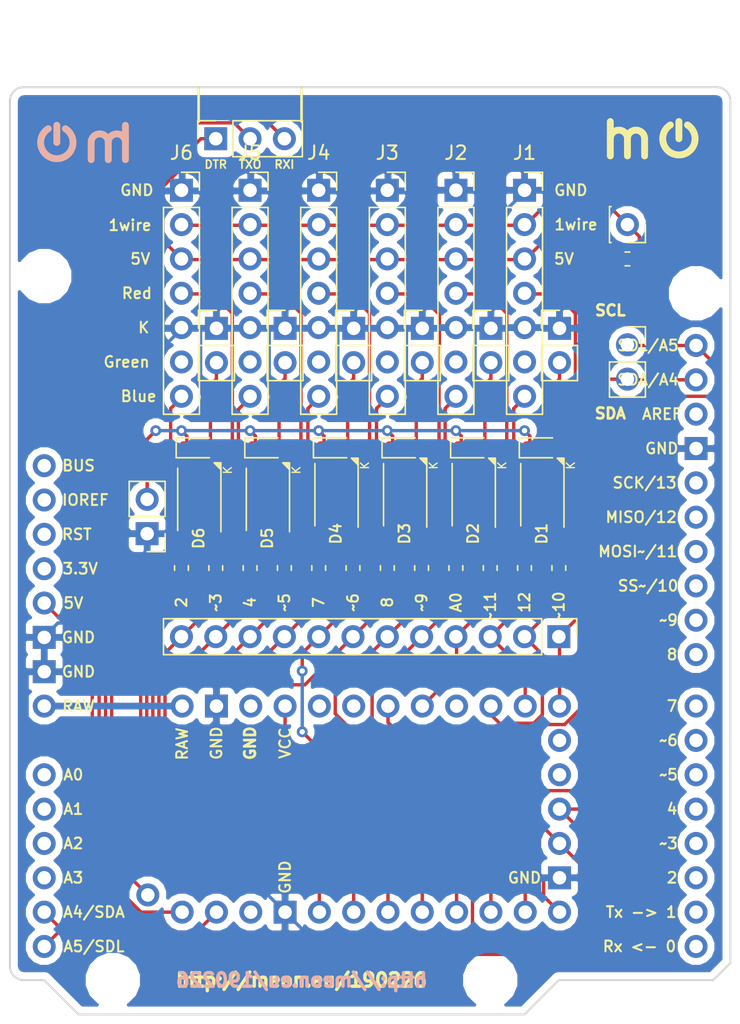
<source format=kicad_pcb>
(kicad_pcb (version 20171130) (host pcbnew 5.0.2+dfsg1-1~bpo9+1)
  (layers (0 F.Cu signal) (31 B.Cu signal) (34 B.Paste user) (35 F.Paste user) (36 B.SilkS user) (37 F.SilkS user) (38 B.Mask user) (39 F.Mask user) (44 Edge.Cuts user))
  (net 0 "")
  (net 1 GND)
  (net 2 "Net-(D1-Pad2)")
  (net 3 "Net-(D1-Pad1)")
  (net 4 "Net-(D2-Pad2)")
  (net 5 "Net-(D2-Pad1)")
  (net 6 "Net-(D3-Pad1)")
  (net 7 "Net-(D3-Pad2)")
  (net 8 "Net-(D4-Pad1)")
  (net 9 "Net-(D4-Pad2)")
  (net 10 "Net-(D5-Pad2)")
  (net 11 "Net-(D5-Pad1)")
  (net 12 "Net-(D6-Pad1)")
  (net 13 "Net-(D6-Pad2)")
  (net 14 "Net-(U1-Pad22)")
  (net 15 "Net-(U1-Pad92)")
  (net 16 "Net-(U1-Pad29)")
  (net 17 "Net-(U1-Pad26)")
  (net 18 "Net-(U1-Pad17)")
  (net 19 "Net-(U1-Pad19)")
  (net 20 1wire)
  (net 21 +5V)
  (net 22 "Net-(D1-Pad3)")
  (net 23 "Net-(D2-Pad3)")
  (net 24 "Net-(U1-Pad25)")
  (net 25 "Net-(D3-Pad3)")
  (net 26 "Net-(D4-Pad3)")
  (net 27 "Net-(D5-Pad3)")
  (net 28 "Net-(D6-Pad3)")
  (net 29 SCL)
  (net 30 SDA)
  (net 31 "Net-(U2-Pad20)")
  (net 32 "Net-(U2-Pad17)")
  (net 33 "Net-(U2-Pad16)")
  (net 34 "Net-(U2-Pad15)")
  (net 35 "Net-(U2-Pad14)")
  (net 36 "Net-(U2-Pad13)")
  (net 37 "Net-(U2-Pad12)")
  (net 38 "Net-(U2-Pad11)")
  (net 39 "Net-(U2-Pad10)")
  (net 40 "Net-(U2-Pad9)")
  (net 41 "Net-(U2-Pad2)")
  (net 42 "Net-(U2-Pad1)")
  (net 43 "Net-(U2-Pad32)")
  (net 44 "Net-(U2-Pad31)")
  (net 45 "Net-(U2-Pad30)")
  (net 46 "Net-(U2-Pad29)")
  (net 47 "Net-(U2-Pad94)")
  (net 48 "Net-(U2-Pad23)")
  (net 49 "Net-(U2-Pad24)")
  (net 50 "Net-(U2-Pad25)")
  (net 51 "Net-(U2-Pad26)")
  (net 52 RAW)
  (net 53 "Net-(U2-Pad96)")
  (net 54 en_all_led)
  (net 55 "Net-(U2-Pad90)")
  (net 56 "Net-(J10-Pad3)")
  (net 57 "Net-(J10-Pad2)")
  (net 58 "Net-(J10-Pad1)")
  (net 59 10_~SS~~)
  (net 60 12_MISO)
  (net 61 11_MISO~~)
  (net 62 A0)
  (net 63 D9~~)
  (net 64 D8)
  (net 65 D6~~)
  (net 66 D7)
  (net 67 D5~~)
  (net 68 D4)
  (net 69 D3~~)
  (net 70 D2)
  (net 71 "Net-(J1-Pad6)")
  (net 72 "Net-(J2-Pad6)")
  (net 73 "Net-(J3-Pad6)")
  (net 74 "Net-(J4-Pad6)")
  (net 75 "Net-(J5-Pad6)")
  (net 76 "Net-(J6-Pad6)")
  (module Arduino_Shields:Arduino_Uno_Black (layer F.Cu) (at 93.98 66.090801)
    (fp_text reference U2 hide)
    (fp_text value Arduino_Uno_Black hide)
    (fp_text user BUS (at -22.86 -5.08) (layer F.SilkS) (effects (font (size 0.8 0.8))))
    (fp_text user SDA/A4 (at 19.304 -11.43) (layer F.SilkS) (effects (font (size 0.8 0.8))))
    (fp_text user SDL/A5 (at 19.304 -13.97) (layer F.SilkS) (effects (font (size 0.8 0.8))))
    (fp_text user "Rx <- 0" (at 18.669 30.48) (layer F.SilkS) (effects (font (size 0.8 0.8))))
    (fp_text user "Tx -> 1" (at 18.796 27.94) (layer F.SilkS) (effects (font (size 0.8 0.8))))
    (fp_text user 2 (at 21.082 25.4) (layer F.SilkS) (effects (font (size 0.8 0.8))))
    (fp_text user ~~3 (at 20.828 22.86) (layer F.SilkS) (effects (font (size 0.8 0.8))))
    (fp_text user 4 (at 21.082 20.32) (layer F.SilkS) (effects (font (size 0.8 0.8))))
    (fp_text user ~~5 (at 20.828 17.78) (layer F.SilkS) (effects (font (size 0.8 0.8))))
    (fp_text user ~~6 (at 20.828 15.24) (layer F.SilkS) (effects (font (size 0.8 0.8))))
    (fp_text user 7 (at 21.082 12.7) (layer F.SilkS) (effects (font (size 0.8 0.8))))
    (fp_text user 8 (at 21.082 8.89) (layer F.SilkS) (effects (font (size 0.8 0.8))))
    (fp_text user ~~9 (at 20.828 6.35) (layer F.SilkS) (effects (font (size 0.8 0.8))))
    (fp_text user SS~~/10 (at 19.304 3.81) (layer F.SilkS) (effects (font (size 0.8 0.8))))
    (fp_text user MOSI~~/11 (at 18.542 1.27) (layer F.SilkS) (effects (font (size 0.8 0.8))))
    (fp_text user MISO/12 (at 18.796 -1.27) (layer F.SilkS) (effects (font (size 0.8 0.8))))
    (fp_text user SCK/13 (at 19.05 -3.81) (layer F.SilkS) (effects (font (size 0.8 0.8))))
    (fp_text user GND (at 20.32 -6.35) (layer F.SilkS) (effects (font (size 0.8 0.8))))
    (fp_text user AREF (at 20.32 -8.89) (layer F.SilkS) (effects (font (size 0.8 0.8))))
    (fp_text user A5/SDL (at -21.717 30.48) (layer F.SilkS) (effects (font (size 0.8 0.8))))
    (fp_text user A4/SDA (at -21.717 27.94) (layer F.SilkS) (effects (font (size 0.8 0.8))))
    (fp_text user A3 (at -23.241 25.4) (layer F.SilkS) (effects (font (size 0.8 0.8))))
    (fp_text user A2 (at -23.241 22.86) (layer F.SilkS) (effects (font (size 0.8 0.8))))
    (fp_text user A1 (at -23.241 20.32) (layer F.SilkS) (effects (font (size 0.8 0.8))))
    (fp_text user A0 (at -23.241 17.78) (layer F.SilkS) (effects (font (size 0.8 0.8))))
    (fp_text user RAW (at -22.86 12.7) (layer F.SilkS) (effects (font (size 0.8 0.8))))
    (fp_text user GND (at -22.86 10.16) (layer F.SilkS) (effects (font (size 0.8 0.8))))
    (fp_text user GND (at -22.86 7.62) (layer F.SilkS) (effects (font (size 0.8 0.8))))
    (fp_text user 5V (at -23.241 5.08) (layer F.SilkS) (effects (font (size 0.8 0.8))))
    (fp_text user 3.3V (at -22.733 2.54) (layer F.SilkS) (effects (font (size 0.8 0.8))))
    (fp_text user RST (at -22.987 0) (layer F.SilkS) (effects (font (size 0.8 0.8))))
    (fp_text user IOREF (at -22.352 -2.54) (layer F.SilkS) (effects (font (size 0.8 0.8))))
    (pad 90 thru_hole circle (at -25.4 -5.08 270) (size 1.7 1.7) (drill 1) (layers *.Cu *.Mask) (net 55 "Net-(U2-Pad90)"))
    (pad 28 thru_hole circle (at 22.86 -13.97 270) (size 1.7 1.7) (drill 1) (layers *.Cu *.Mask) (net 29 SCL))
    (pad 27 thru_hole circle (at 22.86 -11.43 270) (size 1.7 1.7) (drill 1) (layers *.Cu *.Mask) (net 30 SDA))
    (pad 28 thru_hole circle (at -25.4 30.48 270) (size 1.7 1.7) (drill 1) (layers *.Cu *.Mask) (net 29 SCL))
    (pad 27 thru_hole circle (at -25.4 27.94 270) (size 1.7 1.7) (drill 1) (layers *.Cu *.Mask) (net 30 SDA))
    (pad 26 thru_hole circle (at -25.4 25.4 270) (size 1.7 1.7) (drill 1) (layers *.Cu *.Mask) (net 51 "Net-(U2-Pad26)"))
    (pad 25 thru_hole circle (at -25.4 22.86 270) (size 1.7 1.7) (drill 1) (layers *.Cu *.Mask) (net 50 "Net-(U2-Pad25)"))
    (pad 24 thru_hole circle (at -25.4 20.32 270) (size 1.7 1.7) (drill 1) (layers *.Cu *.Mask) (net 49 "Net-(U2-Pad24)"))
    (pad 23 thru_hole circle (at -25.4 17.78 270) (size 1.7 1.7) (drill 1) (layers *.Cu *.Mask) (net 48 "Net-(U2-Pad23)"))
    (pad 99 thru_hole circle (at -25.4 12.7 270) (size 1.7 1.7) (drill 1) (layers *.Cu *.Mask) (net 52 RAW))
    (pad 5 thru_hole rect (at -25.4 10.16 270) (size 1.7 1.7) (drill 1) (layers *.Cu *.Mask) (net 1 GND))
    (pad 3 thru_hole rect (at -25.4 7.62 270) (size 1.7 1.7) (drill 1) (layers *.Cu *.Mask) (net 1 GND))
    (pad 6 thru_hole circle (at -25.4 5.08 270) (size 1.7 1.7) (drill 1) (layers *.Cu *.Mask) (net 21 +5V))
    (pad 94 thru_hole circle (at -25.4 2.54 270) (size 1.7 1.7) (drill 1) (layers *.Cu *.Mask) (net 47 "Net-(U2-Pad94)"))
    (pad 29 thru_hole circle (at -25.4 0 270) (size 1.7 1.7) (drill 1) (layers *.Cu *.Mask) (net 46 "Net-(U2-Pad29)"))
    (pad 96 thru_hole circle (at -25.4 -2.54 270) (size 1.7 1.7) (drill 1) (layers *.Cu *.Mask) (net 53 "Net-(U2-Pad96)"))
    (pad 30 thru_hole circle (at 22.86 30.48 270) (size 1.7 1.7) (drill 1) (layers *.Cu *.Mask) (net 45 "Net-(U2-Pad30)"))
    (pad 31 thru_hole circle (at 22.86 27.94 270) (size 1.7 1.7) (drill 1) (layers *.Cu *.Mask) (net 44 "Net-(U2-Pad31)"))
    (pad 32 thru_hole circle (at 22.86 25.4 270) (size 1.7 1.7) (drill 1) (layers *.Cu *.Mask) (net 43 "Net-(U2-Pad32)"))
    (pad 1 thru_hole circle (at 22.86 22.86 270) (size 1.7 1.7) (drill 1) (layers *.Cu *.Mask) (net 42 "Net-(U2-Pad1)"))
    (pad 2 thru_hole circle (at 22.86 20.32 270) (size 1.7 1.7) (drill 1) (layers *.Cu *.Mask) (net 41 "Net-(U2-Pad2)"))
    (pad 9 thru_hole circle (at 22.86 17.78 270) (size 1.7 1.7) (drill 1) (layers *.Cu *.Mask) (net 40 "Net-(U2-Pad9)"))
    (pad 10 thru_hole circle (at 22.86 15.24 270) (size 1.7 1.7) (drill 1) (layers *.Cu *.Mask) (net 39 "Net-(U2-Pad10)"))
    (pad 11 thru_hole circle (at 22.86 12.7 270) (size 1.7 1.7) (drill 1) (layers *.Cu *.Mask) (net 38 "Net-(U2-Pad11)"))
    (pad 12 thru_hole circle (at 22.86 8.89 270) (size 1.7 1.7) (drill 1) (layers *.Cu *.Mask) (net 37 "Net-(U2-Pad12)"))
    (pad 13 thru_hole circle (at 22.86 6.35 270) (size 1.7 1.7) (drill 1) (layers *.Cu *.Mask) (net 36 "Net-(U2-Pad13)"))
    (pad 14 thru_hole circle (at 22.86 3.81 270) (size 1.7 1.7) (drill 1) (layers *.Cu *.Mask) (net 35 "Net-(U2-Pad14)"))
    (pad 15 thru_hole circle (at 22.86 1.27 270) (size 1.7 1.7) (drill 1) (layers *.Cu *.Mask) (net 34 "Net-(U2-Pad15)"))
    (pad 16 thru_hole circle (at 22.86 -1.27 270) (size 1.7 1.7) (drill 1) (layers *.Cu *.Mask) (net 33 "Net-(U2-Pad16)"))
    (pad 17 thru_hole circle (at 22.86 -3.81 270) (size 1.7 1.7) (drill 1) (layers *.Cu *.Mask) (net 32 "Net-(U2-Pad17)"))
    (pad 21 thru_hole rect (at 22.86 -6.35 270) (size 1.7 1.7) (drill 1) (layers *.Cu *.Mask) (net 1 GND))
    (pad 20 thru_hole circle (at 22.86 -8.89 270) (size 1.7 1.7) (drill 1) (layers *.Cu *.Mask) (net 31 "Net-(U2-Pad20)"))
  )
  (module LED_SMD:LED_WL_SBTW_PLCC4_2.4x2.4mm_P1.7mm (layer F.Cu) (at 105.460801 63.155801 270)
    (fp_text reference D1 (at 2.884199 0.050801 270) (layer F.SilkS) (effects (font (size 0.8 0.8))))
    (fp_text value LED_Dual_AACC hide)
    (fp_text user K (at -2.159 -2.1 270) (layer F.SilkS) (effects (font (size 0.6 0.6) (thickness 0.1))))
    (pad 4 smd rect (at -1.55 0.85 270) (size 1.5 0.9) (layers F.Cu F.Paste F.Mask) (net 22 "Net-(D1-Pad3)"))
    (pad 2 smd rect (at 1.55 0.85 270) (size 1.5 0.9) (layers F.Cu F.Paste F.Mask) (net 2 "Net-(D1-Pad2)"))
    (pad 1 smd rect (at 1.55 -0.85 270) (size 1.5 0.9) (layers F.Cu F.Paste F.Mask) (net 3 "Net-(D1-Pad1)"))
    (pad 3 smd rect (at -1.55 -0.85 270) (size 1.5 0.9) (layers F.Cu F.Paste F.Mask) (net 22 "Net-(D1-Pad3)"))
  )
  (module LED_SMD:LED_WL_SBTW_PLCC4_2.4x2.4mm_P1.7mm (layer F.Cu) (at 100.380801 63.155801 270)
    (fp_text reference D2 (at 2.884199 0.050801 270) (layer F.SilkS) (effects (font (size 0.8 0.8))))
    (fp_text value LED_Dual_AACC hide)
    (fp_text user K (at -2.159 -2.1 270) (layer F.SilkS) (effects (font (size 0.6 0.6) (thickness 0.1))))
    (pad 4 smd rect (at -1.55 0.85 270) (size 1.5 0.9) (layers F.Cu F.Paste F.Mask) (net 23 "Net-(D2-Pad3)"))
    (pad 2 smd rect (at 1.55 0.85 270) (size 1.5 0.9) (layers F.Cu F.Paste F.Mask) (net 4 "Net-(D2-Pad2)"))
    (pad 1 smd rect (at 1.55 -0.85 270) (size 1.5 0.9) (layers F.Cu F.Paste F.Mask) (net 5 "Net-(D2-Pad1)"))
    (pad 3 smd rect (at -1.55 -0.85 270) (size 1.5 0.9) (layers F.Cu F.Paste F.Mask) (net 23 "Net-(D2-Pad3)"))
  )
  (module LED_SMD:LED_WL_SBTW_PLCC4_2.4x2.4mm_P1.7mm (layer F.Cu) (at 95.300801 63.155801 270)
    (fp_text reference D3 (at 2.884199 0.050801 270) (layer F.SilkS) (effects (font (size 0.8 0.8))))
    (fp_text value LED_Dual_AACC hide)
    (fp_text user K (at -2.159 -2.1 270) (layer F.SilkS) (effects (font (size 0.6 0.6) (thickness 0.1))))
    (pad 4 smd rect (at -1.55 0.85 270) (size 1.5 0.9) (layers F.Cu F.Paste F.Mask) (net 25 "Net-(D3-Pad3)"))
    (pad 2 smd rect (at 1.55 0.85 270) (size 1.5 0.9) (layers F.Cu F.Paste F.Mask) (net 7 "Net-(D3-Pad2)"))
    (pad 1 smd rect (at 1.55 -0.85 270) (size 1.5 0.9) (layers F.Cu F.Paste F.Mask) (net 6 "Net-(D3-Pad1)"))
    (pad 3 smd rect (at -1.55 -0.85 270) (size 1.5 0.9) (layers F.Cu F.Paste F.Mask) (net 25 "Net-(D3-Pad3)"))
  )
  (module LED_SMD:LED_WL_SBTW_PLCC4_2.4x2.4mm_P1.7mm (layer F.Cu) (at 90.220801 63.155801 270)
    (fp_text reference D4 (at 2.884199 0.050801 270) (layer F.SilkS) (effects (font (size 0.8 0.8))))
    (fp_text value LED_Dual_AACC hide)
    (fp_text user K (at -2.159 -2.1 270) (layer F.SilkS) (effects (font (size 0.6 0.6) (thickness 0.1))))
    (pad 4 smd rect (at -1.55 0.85 270) (size 1.5 0.9) (layers F.Cu F.Paste F.Mask) (net 26 "Net-(D4-Pad3)"))
    (pad 2 smd rect (at 1.55 0.85 270) (size 1.5 0.9) (layers F.Cu F.Paste F.Mask) (net 9 "Net-(D4-Pad2)"))
    (pad 1 smd rect (at 1.55 -0.85 270) (size 1.5 0.9) (layers F.Cu F.Paste F.Mask) (net 8 "Net-(D4-Pad1)"))
    (pad 3 smd rect (at -1.55 -0.85 270) (size 1.5 0.9) (layers F.Cu F.Paste F.Mask) (net 26 "Net-(D4-Pad3)"))
  )
  (module LED_SMD:LED_WL_SBTW_PLCC4_2.4x2.4mm_P1.7mm (layer F.Cu) (at 85.140801 63.5 270)
    (fp_text reference D5 (at 2.884199 0.050801 270) (layer F.SilkS) (effects (font (size 0.8 0.8))))
    (fp_text value LED_Dual_AACC hide)
    (fp_text user K (at -2.159 -2.1 270) (layer F.SilkS) (effects (font (size 0.6 0.6) (thickness 0.1))))
    (pad 4 smd rect (at -1.55 0.85 270) (size 1.5 0.9) (layers F.Cu F.Paste F.Mask) (net 27 "Net-(D5-Pad3)"))
    (pad 2 smd rect (at 1.55 0.85 270) (size 1.5 0.9) (layers F.Cu F.Paste F.Mask) (net 10 "Net-(D5-Pad2)"))
    (pad 1 smd rect (at 1.55 -0.85 270) (size 1.5 0.9) (layers F.Cu F.Paste F.Mask) (net 11 "Net-(D5-Pad1)"))
    (pad 3 smd rect (at -1.55 -0.85 270) (size 1.5 0.9) (layers F.Cu F.Paste F.Mask) (net 27 "Net-(D5-Pad3)"))
  )
  (module LED_SMD:LED_WL_SBTW_PLCC4_2.4x2.4mm_P1.7mm (layer F.Cu) (at 80.060801 63.5 270)
    (fp_text reference D6 (at 2.884199 0.050801 270) (layer F.SilkS) (effects (font (size 0.8 0.8))))
    (fp_text value LED_Dual_AACC hide)
    (fp_text user K (at -2.159 -2.1 270) (layer F.SilkS) (effects (font (size 0.6 0.6) (thickness 0.1))))
    (pad 4 smd rect (at -1.55 0.85 270) (size 1.5 0.9) (layers F.Cu F.Paste F.Mask) (net 28 "Net-(D6-Pad3)"))
    (pad 2 smd rect (at 1.55 0.85 270) (size 1.5 0.9) (layers F.Cu F.Paste F.Mask) (net 13 "Net-(D6-Pad2)"))
    (pad 1 smd rect (at 1.55 -0.85 270) (size 1.5 0.9) (layers F.Cu F.Paste F.Mask) (net 12 "Net-(D6-Pad1)"))
    (pad 3 smd rect (at -1.55 -0.85 270) (size 1.5 0.9) (layers F.Cu F.Paste F.Mask) (net 28 "Net-(D6-Pad3)"))
  )
  (module MountingHole:MountingHole_3mm (layer F.Cu) (at 101.6 99.06)
    (fp_text reference REF** hide)
    (fp_text value MountingHole_3mm hide)
    (pad 1 np_thru_hole circle (at 0 0) (size 3 3) (drill 3) (layers *.Cu *.Mask))
  )
  (module MountingHole:MountingHole_3mm (layer F.Cu) (at 73.66 99.06)
    (fp_text reference REF** hide)
    (fp_text value MountingHole_3mm hide)
    (pad 1 np_thru_hole circle (at 0 0) (size 3 3) (drill 3) (layers *.Cu *.Mask))
  )
  (module MountingHole:MountingHole_3mm (layer F.Cu) (at 68.58 46.99)
    (fp_text reference REF** hide)
    (fp_text value MountingHole_3mm hide)
    (pad 1 np_thru_hole circle (at 0 0) (size 3 3) (drill 3) (layers *.Cu *.Mask))
  )
  (module Resistor_SMD:R_0603_1608Metric_Pad1.05x0.95mm_HandSolder (layer F.Cu) (at 106.68 68.58 270)
    (fp_text reference R11 hide)
    (fp_text value 1k)
    (pad 1 smd roundrect (at -0.875 0 270) (size 1.05 0.95) (layers F.Cu F.Paste F.Mask) (net 3 "Net-(D1-Pad1)"))
    (pad 2 smd roundrect (at 0.875 0 270) (size 1.05 0.95) (layers F.Cu F.Paste F.Mask) (net 59 10_~SS~~))
  )
  (module Resistor_SMD:R_0603_1608Metric_Pad1.05x0.95mm_HandSolder (layer F.Cu) (at 104.14 68.58 270)
    (fp_text reference R12 hide)
    (fp_text value 1k hide)
    (pad 1 smd roundrect (at -0.875 0 270) (size 1.05 0.95) (layers F.Cu F.Paste F.Mask) (net 2 "Net-(D1-Pad2)"))
    (pad 2 smd roundrect (at 0.875 0 270) (size 1.05 0.95) (layers F.Cu F.Paste F.Mask) (net 60 12_MISO))
  )
  (module Resistor_SMD:R_0603_1608Metric_Pad1.05x0.95mm_HandSolder (layer F.Cu) (at 101.6 68.58 270)
    (fp_text reference R21 hide)
    (fp_text value 1k hide)
    (pad 1 smd roundrect (at -0.875 0 270) (size 1.05 0.95) (layers F.Cu F.Paste F.Mask) (net 5 "Net-(D2-Pad1)"))
    (pad 2 smd roundrect (at 0.875 0 270) (size 1.05 0.95) (layers F.Cu F.Paste F.Mask) (net 61 11_MISO~~))
  )
  (module Resistor_SMD:R_0603_1608Metric_Pad1.05x0.95mm_HandSolder (layer F.Cu) (at 99.06 68.58 270)
    (fp_text reference R22 hide)
    (fp_text value 1k hide)
    (pad 1 smd roundrect (at -0.875 0 270) (size 1.05 0.95) (layers F.Cu F.Paste F.Mask) (net 4 "Net-(D2-Pad2)"))
    (pad 2 smd roundrect (at 0.875 0 270) (size 1.05 0.95) (layers F.Cu F.Paste F.Mask) (net 62 A0))
  )
  (module Resistor_SMD:R_0603_1608Metric_Pad1.05x0.95mm_HandSolder (layer F.Cu) (at 96.52 68.58 270)
    (fp_text reference R31 hide)
    (fp_text value 1k hide)
    (pad 1 smd roundrect (at -0.875 0 270) (size 1.05 0.95) (layers F.Cu F.Paste F.Mask) (net 6 "Net-(D3-Pad1)"))
    (pad 2 smd roundrect (at 0.875 0 270) (size 1.05 0.95) (layers F.Cu F.Paste F.Mask) (net 63 D9~~))
  )
  (module Resistor_SMD:R_0603_1608Metric_Pad1.05x0.95mm_HandSolder (layer F.Cu) (at 93.98 68.58 270)
    (fp_text reference R32 hide)
    (fp_text value 1k hide)
    (pad 1 smd roundrect (at -0.875 0 270) (size 1.05 0.95) (layers F.Cu F.Paste F.Mask) (net 7 "Net-(D3-Pad2)"))
    (pad 2 smd roundrect (at 0.875 0 270) (size 1.05 0.95) (layers F.Cu F.Paste F.Mask) (net 64 D8))
  )
  (module Resistor_SMD:R_0603_1608Metric_Pad1.05x0.95mm_HandSolder (layer F.Cu) (at 91.44 68.58 270)
    (fp_text reference R41 hide)
    (fp_text value 1k hide)
    (pad 1 smd roundrect (at -0.875 0 270) (size 1.05 0.95) (layers F.Cu F.Paste F.Mask) (net 8 "Net-(D4-Pad1)"))
    (pad 2 smd roundrect (at 0.875 0 270) (size 1.05 0.95) (layers F.Cu F.Paste F.Mask) (net 65 D6~~))
  )
  (module Resistor_SMD:R_0603_1608Metric_Pad1.05x0.95mm_HandSolder (layer F.Cu) (at 88.9 68.58 270)
    (fp_text reference R42 hide)
    (fp_text value 1k hide)
    (pad 1 smd roundrect (at -0.875 0 270) (size 1.05 0.95) (layers F.Cu F.Paste F.Mask) (net 9 "Net-(D4-Pad2)"))
    (pad 2 smd roundrect (at 0.875 0 270) (size 1.05 0.95) (layers F.Cu F.Paste F.Mask) (net 66 D7))
  )
  (module Resistor_SMD:R_0603_1608Metric_Pad1.05x0.95mm_HandSolder (layer F.Cu) (at 86.36 68.58 270)
    (fp_text reference R51 hide)
    (fp_text value 1k hide)
    (pad 1 smd roundrect (at -0.875 0 270) (size 1.05 0.95) (layers F.Cu F.Paste F.Mask) (net 11 "Net-(D5-Pad1)"))
    (pad 2 smd roundrect (at 0.875 0 270) (size 1.05 0.95) (layers F.Cu F.Paste F.Mask) (net 67 D5~~))
  )
  (module Resistor_SMD:R_0603_1608Metric_Pad1.05x0.95mm_HandSolder (layer F.Cu) (at 83.82 68.58 270)
    (fp_text reference R52 hide)
    (fp_text value 1k hide)
    (pad 1 smd roundrect (at -0.875 0 270) (size 1.05 0.95) (layers F.Cu F.Paste F.Mask) (net 10 "Net-(D5-Pad2)"))
    (pad 2 smd roundrect (at 0.875 0 270) (size 1.05 0.95) (layers F.Cu F.Paste F.Mask) (net 68 D4))
  )
  (module Resistor_SMD:R_0603_1608Metric_Pad1.05x0.95mm_HandSolder (layer F.Cu) (at 81.28 68.58 270)
    (fp_text reference R61 hide)
    (fp_text value 1k hide)
    (pad 1 smd roundrect (at -0.875 0 270) (size 1.05 0.95) (layers F.Cu F.Paste F.Mask) (net 12 "Net-(D6-Pad1)"))
    (pad 2 smd roundrect (at 0.875 0 270) (size 1.05 0.95) (layers F.Cu F.Paste F.Mask) (net 69 D3~~))
  )
  (module Resistor_SMD:R_0603_1608Metric_Pad1.05x0.95mm_HandSolder (layer F.Cu) (at 78.74 68.58 270)
    (fp_text reference R62 hide)
    (fp_text value 1k hide)
    (pad 1 smd roundrect (at -0.875 0 270) (size 1.05 0.95) (layers F.Cu F.Paste F.Mask) (net 13 "Net-(D6-Pad2)"))
    (pad 2 smd roundrect (at 0.875 0 270) (size 1.05 0.95) (layers F.Cu F.Paste F.Mask) (net 70 D2))
  )
  (module Resistor_SMD:R_0603_1608Metric_Pad1.05x0.95mm_HandSolder (layer F.Cu) (at 111.76 45.72 180)
    (fp_text reference R101 hide)
    (fp_text value 4k7)
    (pad 2 smd roundrect (at 0.875 0 180) (size 1.05 0.95) (layers F.Cu F.Paste F.Mask) (net 21 +5V))
    (pad 1 smd roundrect (at -0.875 0 180) (size 1.05 0.95) (layers F.Cu F.Paste F.Mask) (net 20 1wire))
  )
  (module Connector_PinSocket_2.54mm:PinSocket_1x02_P2.54mm_Vertical (layer F.Cu) (at 111.76 52.07)
    (fp_text reference J7 hide)
    (fp_text value I2C hide)
    (pad 2 thru_hole oval (at 0 2.54) (size 1.7 1.7) (drill 1) (layers *.Cu *.Mask) (net 30 SDA))
    (pad 1 thru_hole circle (at 0 0) (size 1.7 1.7) (drill 1) (layers *.Cu *.Mask) (net 29 SCL))
  )
  (module Connector_PinSocket_2.54mm:PinSocket_1x01_P2.54mm_Vertical (layer F.Cu) (at 111.76 43.18 270)
    (fp_text reference J8 hide)
    (fp_text value 1wire hide)
    (pad 1 thru_hole circle (at 0 0 270) (size 1.7 1.7) (drill 1) (layers *.Cu *.Mask) (net 20 1wire))
  )
  (module Connector_PinHeader_2.54mm:PinHeader_1x02_P2.54mm_Vertical (layer F.Cu) (at 106.730801 50.850801)
    (fp_text reference JP1 hide)
    (fp_text value Jumper hide)
    (pad 2 thru_hole oval (at 0 2.54) (size 1.7 1.7) (drill 1) (layers *.Cu *.Mask) (net 22 "Net-(D1-Pad3)"))
    (pad 1 thru_hole rect (at 0 0) (size 1.7 1.7) (drill 1) (layers *.Cu *.Mask) (net 1 GND))
  )
  (module Connector_PinHeader_2.54mm:PinHeader_1x02_P2.54mm_Vertical (layer F.Cu) (at 101.650801 50.850801)
    (fp_text reference JP2 hide)
    (fp_text value Jumper hide)
    (pad 2 thru_hole oval (at 0 2.54) (size 1.7 1.7) (drill 1) (layers *.Cu *.Mask) (net 23 "Net-(D2-Pad3)"))
    (pad 1 thru_hole rect (at 0 0) (size 1.7 1.7) (drill 1) (layers *.Cu *.Mask) (net 1 GND))
  )
  (module Connector_PinHeader_2.54mm:PinHeader_1x02_P2.54mm_Vertical (layer F.Cu) (at 96.570801 50.850801)
    (fp_text reference JP3 hide)
    (fp_text value Jumper hide)
    (pad 2 thru_hole oval (at 0 2.54) (size 1.7 1.7) (drill 1) (layers *.Cu *.Mask) (net 25 "Net-(D3-Pad3)"))
    (pad 1 thru_hole rect (at 0 0) (size 1.7 1.7) (drill 1) (layers *.Cu *.Mask) (net 1 GND))
  )
  (module Connector_PinHeader_2.54mm:PinHeader_1x02_P2.54mm_Vertical (layer F.Cu) (at 91.490801 50.850801)
    (fp_text reference JP4 hide)
    (fp_text value Jumper hide)
    (pad 2 thru_hole oval (at 0 2.54) (size 1.7 1.7) (drill 1) (layers *.Cu *.Mask) (net 26 "Net-(D4-Pad3)"))
    (pad 1 thru_hole rect (at 0 0) (size 1.7 1.7) (drill 1) (layers *.Cu *.Mask) (net 1 GND))
  )
  (module Connector_PinHeader_2.54mm:PinHeader_1x02_P2.54mm_Vertical (layer F.Cu) (at 86.410801 50.850801)
    (fp_text reference JP5 hide)
    (fp_text value Jumper hide)
    (pad 2 thru_hole oval (at 0 2.54) (size 1.7 1.7) (drill 1) (layers *.Cu *.Mask) (net 27 "Net-(D5-Pad3)"))
    (pad 1 thru_hole rect (at 0 0) (size 1.7 1.7) (drill 1) (layers *.Cu *.Mask) (net 1 GND))
  )
  (module Connector_PinHeader_2.54mm:PinHeader_1x02_P2.54mm_Vertical (layer F.Cu) (at 81.330801 50.850801)
    (fp_text reference JP6 hide)
    (fp_text value Jumper hide)
    (pad 2 thru_hole oval (at 0 2.54) (size 1.7 1.7) (drill 1) (layers *.Cu *.Mask) (net 28 "Net-(D6-Pad3)"))
    (pad 1 thru_hole rect (at 0 0) (size 1.7 1.7) (drill 1) (layers *.Cu *.Mask) (net 1 GND))
  )
  (module MountingHole:MountingHole_3mm (layer F.Cu) (at 116.84 48.26)
    (fp_text reference REF** hide)
    (fp_text value MountingHole_3mm hide)
    (pad 1 np_thru_hole circle (at 0 0) (size 3 3) (drill 3) (layers *.Cu *.Mask))
  )
  (module Diode_SMD:D_0603_1608Metric_Pad1.05x0.95mm_HandSolder (layer F.Cu) (at 105.41 59.69)
    (fp_text reference D19 hide)
    (fp_text value D)
    (pad 2 smd roundrect (at 0.875 0) (size 1.05 0.95) (layers F.Cu F.Paste F.Mask) (net 22 "Net-(D1-Pad3)"))
    (pad 1 smd roundrect (at -0.875 0) (size 1.05 0.95) (layers F.Cu F.Paste F.Mask) (net 54 en_all_led))
  )
  (module Diode_SMD:D_0603_1608Metric_Pad1.05x0.95mm_HandSolder (layer F.Cu) (at 100.33 59.69)
    (fp_text reference D29 hide)
    (fp_text value D)
    (pad 1 smd roundrect (at -0.875 0) (size 1.05 0.95) (layers F.Cu F.Paste F.Mask) (net 54 en_all_led))
    (pad 2 smd roundrect (at 0.875 0) (size 1.05 0.95) (layers F.Cu F.Paste F.Mask) (net 23 "Net-(D2-Pad3)"))
  )
  (module Diode_SMD:D_0603_1608Metric_Pad1.05x0.95mm_HandSolder (layer F.Cu) (at 95.25 59.69)
    (fp_text reference D39 hide)
    (fp_text value D)
    (pad 1 smd roundrect (at -0.875 0) (size 1.05 0.95) (layers F.Cu F.Paste F.Mask) (net 54 en_all_led))
    (pad 2 smd roundrect (at 0.875 0) (size 1.05 0.95) (layers F.Cu F.Paste F.Mask) (net 25 "Net-(D3-Pad3)"))
  )
  (module Diode_SMD:D_0603_1608Metric_Pad1.05x0.95mm_HandSolder (layer F.Cu) (at 90.17 59.69)
    (fp_text reference D49 hide)
    (fp_text value D)
    (pad 2 smd roundrect (at 0.875 0) (size 1.05 0.95) (layers F.Cu F.Paste F.Mask) (net 26 "Net-(D4-Pad3)"))
    (pad 1 smd roundrect (at -0.875 0) (size 1.05 0.95) (layers F.Cu F.Paste F.Mask) (net 54 en_all_led))
  )
  (module Diode_SMD:D_0603_1608Metric_Pad1.05x0.95mm_HandSolder (layer F.Cu) (at 85.09 59.69)
    (fp_text reference D59 hide)
    (fp_text value D)
    (pad 1 smd roundrect (at -0.875 0) (size 1.05 0.95) (layers F.Cu F.Paste F.Mask) (net 54 en_all_led))
    (pad 2 smd roundrect (at 0.875 0) (size 1.05 0.95) (layers F.Cu F.Paste F.Mask) (net 27 "Net-(D5-Pad3)"))
  )
  (module Diode_SMD:D_0603_1608Metric_Pad1.05x0.95mm_HandSolder (layer F.Cu) (at 80.01 59.69)
    (fp_text reference D69 hide)
    (fp_text value D)
    (pad 2 smd roundrect (at 0.875 0) (size 1.05 0.95) (layers F.Cu F.Paste F.Mask) (net 28 "Net-(D6-Pad3)"))
    (pad 1 smd roundrect (at -0.875 0) (size 1.05 0.95) (layers F.Cu F.Paste F.Mask) (net 54 en_all_led))
  )
  (module Connector_PinHeader_2.54mm:PinHeader_1x02_P2.54mm_Vertical (layer F.Cu) (at 76.2 66.04 180)
    (fp_text reference JP99 hide)
    (fp_text value Jumper hide)
    (pad 1 thru_hole rect (at 0 0 180) (size 1.7 1.7) (drill 1) (layers *.Cu *.Mask) (net 1 GND))
    (pad 2 thru_hole oval (at 0 2.54 180) (size 1.7 1.7) (drill 1) (layers *.Cu *.Mask) (net 54 en_all_led))
  )
  (module Arduino_Shields:Shield_Arduino_Pro_Mini_12+12+5+1_pins (layer F.Cu) (at 94.030801 86.410801 270)
    (fp_text reference U1 hide)
    (fp_text value Arduino_Pro_Mini_12_12_5_1 hide)
    (fp_text user RAW (at -4.826 15.24 270) (layer F.SilkS) (effects (font (size 0.8 0.8))))
    (fp_text user VCC (at -4.876801 7.62 270) (layer F.SilkS) (effects (font (size 0.8 0.8))))
    (fp_text user GND (at 5.029199 7.62 270) (layer F.SilkS) (effects (font (size 0.8 0.8))))
    (fp_text user GND (at -4.876801 12.7 270) (layer F.SilkS) (effects (font (size 0.8 0.8))))
    (fp_text user GND (at 5.08 -10.109199) (layer F.SilkS) (effects (font (size 0.8 0.8))))
    (pad 2 thru_hole circle (at 7.62 0 270) (size 1.7 1.7) (drill 1) (layers *.Cu *.Mask) (net 68 D4))
    (pad 9 thru_hole circle (at 7.62 -2.54 270) (size 1.7 1.7) (drill 1) (layers *.Cu *.Mask) (net 67 D5~~))
    (pad 10 thru_hole circle (at 7.62 -5.08 270) (size 1.7 1.7) (drill 1) (layers *.Cu *.Mask) (net 65 D6~~))
    (pad 11 thru_hole circle (at 7.62 -7.62 270) (size 1.7 1.7) (drill 1) (layers *.Cu *.Mask) (net 66 D7))
    (pad 12 thru_hole circle (at 7.62 -10.16 270) (size 1.7 1.7) (drill 1) (layers *.Cu *.Mask) (net 64 D8))
    (pad 13 thru_hole circle (at 7.62 -12.7 270) (size 1.7 1.7) (drill 1) (layers *.Cu *.Mask) (net 63 D9~~))
    (pad 21 thru_hole rect (at 5.08 -12.7 270) (size 1.7 1.7) (drill 1) (layers *.Cu *.Mask) (net 1 GND))
    (pad 27 thru_hole circle (at 2.54 -12.7 270) (size 1.7 1.7) (drill 1) (layers *.Cu *.Mask) (net 30 SDA))
    (pad 28 thru_hole circle (at 0 -12.7 270) (size 1.7 1.7) (drill 1) (layers *.Cu *.Mask) (net 29 SCL))
    (pad 19 thru_hole circle (at -2.54 -12.7 270) (size 1.7 1.7) (drill 1) (layers *.Cu *.Mask) (net 19 "Net-(U1-Pad19)"))
    (pad 14 thru_hole circle (at -7.62 -12.7 270) (size 1.7 1.7) (drill 1) (layers *.Cu *.Mask) (net 59 10_~SS~~))
    (pad 15 thru_hole circle (at -7.62 -10.16 270) (size 1.7 1.7) (drill 1) (layers *.Cu *.Mask) (net 61 11_MISO~~))
    (pad 16 thru_hole circle (at -7.62 -7.62 270) (size 1.7 1.7) (drill 1) (layers *.Cu *.Mask) (net 60 12_MISO))
    (pad 17 thru_hole circle (at -7.62 -5.08 270) (size 1.7 1.7) (drill 1) (layers *.Cu *.Mask) (net 18 "Net-(U1-Pad17)"))
    (pad 23 thru_hole circle (at -7.62 -2.54 270) (size 1.7 1.7) (drill 1) (layers *.Cu *.Mask) (net 62 A0))
    (pad 24 thru_hole circle (at -7.62 0 270) (size 1.7 1.7) (drill 1) (layers *.Cu *.Mask) (net 20 1wire))
    (pad 25 thru_hole circle (at -7.62 2.54 270) (size 1.7 1.7) (drill 1) (layers *.Cu *.Mask) (net 24 "Net-(U1-Pad25)"))
    (pad 26 thru_hole circle (at -7.62 5.08 270) (size 1.7 1.7) (drill 1) (layers *.Cu *.Mask) (net 17 "Net-(U1-Pad26)"))
    (pad 4 thru_hole circle (at -7.62 7.62 270) (size 1.7 1.7) (drill 1) (layers *.Cu *.Mask) (net 21 +5V))
    (pad 29 thru_hole circle (at -7.62 10.16 270) (size 1.7 1.7) (drill 1) (layers *.Cu *.Mask) (net 16 "Net-(U1-Pad29)"))
    (pad 3 thru_hole rect (at -7.62 12.7 270) (size 1.7 1.7) (drill 1) (layers *.Cu *.Mask) (net 1 GND))
    (pad 99 thru_hole circle (at -7.62 15.24 270) (size 1.7 1.7) (drill 1) (layers *.Cu *.Mask) (net 52 RAW))
    (pad 1 thru_hole circle (at 7.62 2.54 270) (size 1.7 1.7) (drill 1) (layers *.Cu *.Mask) (net 69 D3~~))
    (pad 32 thru_hole circle (at 7.62 5.08 270) (size 1.7 1.7) (drill 1) (layers *.Cu *.Mask) (net 70 D2))
    (pad 5 thru_hole rect (at 7.62 7.62 270) (size 1.7 1.7) (drill 1) (layers *.Cu *.Mask) (net 1 GND))
    (pad 92 thru_hole circle (at 7.62 10.16 270) (size 1.7 1.7) (drill 1) (layers *.Cu *.Mask) (net 15 "Net-(U1-Pad92)"))
    (pad 30 thru_hole circle (at 7.62 12.7 270) (size 1.7 1.7) (drill 1) (layers *.Cu *.Mask) (net 56 "Net-(J10-Pad3)"))
    (pad 31 thru_hole circle (at 7.62 15.24 270) (size 1.7 1.7) (drill 1) (layers *.Cu *.Mask) (net 57 "Net-(J10-Pad2)"))
    (pad 22 thru_hole circle (at -5.08 -12.7 270) (size 1.7 1.7) (drill 1) (layers *.Cu *.Mask) (net 14 "Net-(U1-Pad22)"))
    (pad 90 thru_hole circle (at 6.35 17.78 270) (size 1.7 1.7) (drill 1) (layers *.Cu *.Mask) (net 58 "Net-(J10-Pad1)"))
  )
  (module Connector_PinSocket_2.54mm:PinSocket_1x03_P2.54mm_Vertical (layer F.Cu) (at 81.28 36.83 90)
    (fp_text reference J10 hide)
    (fp_text value debug hide)
    (pad 1 thru_hole rect (at 0 0 90) (size 1.7 1.7) (drill 1) (layers *.Cu *.Mask) (net 58 "Net-(J10-Pad1)"))
    (pad 2 thru_hole oval (at 0 2.54 90) (size 1.7 1.7) (drill 1) (layers *.Cu *.Mask) (net 57 "Net-(J10-Pad2)"))
    (pad 3 thru_hole oval (at 0 5.08 90) (size 1.7 1.7) (drill 1) (layers *.Cu *.Mask) (net 56 "Net-(J10-Pad3)"))
  )
  (module Connector_PinHeader_2.54mm:PinHeader_1x12_P2.54mm_Vertical (layer F.Cu) (at 106.68 73.66 270)
    (fp_text reference J12 hide)
    (fp_text value Conn_01x12_Female hide)
    (pad 1 thru_hole rect (at 0 0 270) (size 1.7 1.7) (drill 1) (layers *.Cu *.Mask) (net 59 10_~SS~~))
    (pad 2 thru_hole oval (at 0 2.54 270) (size 1.7 1.7) (drill 1) (layers *.Cu *.Mask) (net 60 12_MISO))
    (pad 3 thru_hole oval (at 0 5.08 270) (size 1.7 1.7) (drill 1) (layers *.Cu *.Mask) (net 61 11_MISO~~))
    (pad 4 thru_hole oval (at 0 7.62 270) (size 1.7 1.7) (drill 1) (layers *.Cu *.Mask) (net 62 A0))
    (pad 5 thru_hole oval (at 0 10.16 270) (size 1.7 1.7) (drill 1) (layers *.Cu *.Mask) (net 63 D9~~))
    (pad 6 thru_hole oval (at 0 12.7 270) (size 1.7 1.7) (drill 1) (layers *.Cu *.Mask) (net 64 D8))
    (pad 7 thru_hole oval (at 0 15.24 270) (size 1.7 1.7) (drill 1) (layers *.Cu *.Mask) (net 65 D6~~))
    (pad 8 thru_hole oval (at 0 17.78 270) (size 1.7 1.7) (drill 1) (layers *.Cu *.Mask) (net 66 D7))
    (pad 9 thru_hole oval (at 0 20.32 270) (size 1.7 1.7) (drill 1) (layers *.Cu *.Mask) (net 67 D5~~))
    (pad 10 thru_hole oval (at 0 22.86 270) (size 1.7 1.7) (drill 1) (layers *.Cu *.Mask) (net 68 D4))
    (pad 11 thru_hole oval (at 0 25.4 270) (size 1.7 1.7) (drill 1) (layers *.Cu *.Mask) (net 69 D3~~))
    (pad 12 thru_hole oval (at 0 27.94 270) (size 1.7 1.7) (drill 1) (layers *.Cu *.Mask) (net 70 D2))
  )
  (module Connector_PinSocket_2.54mm:PinSocket_1x07_P2.54mm_Vertical (layer F.Cu) (at 104.14 40.64)
    (fp_text reference J1 (at 0 -2.77) (layer F.SilkS))
    (fp_text value 1W/D_1)
    (pad 1 thru_hole rect (at 0 0) (size 1.7 1.7) (drill 1) (layers *.Cu *.Mask) (net 1 GND))
    (pad 2 thru_hole oval (at 0 2.54) (size 1.7 1.7) (drill 1) (layers *.Cu *.Mask) (net 20 1wire))
    (pad 3 thru_hole oval (at 0 5.08) (size 1.7 1.7) (drill 1) (layers *.Cu *.Mask) (net 21 +5V))
    (pad 4 thru_hole oval (at 0 7.62) (size 1.7 1.7) (drill 1) (layers *.Cu *.Mask) (net 3 "Net-(D1-Pad1)"))
    (pad 5 thru_hole oval (at 0 10.16) (size 1.7 1.7) (drill 1) (layers *.Cu *.Mask) (net 1 GND))
    (pad 6 thru_hole oval (at 0 12.7) (size 1.7 1.7) (drill 1) (layers *.Cu *.Mask) (net 71 "Net-(J1-Pad6)"))
    (pad 7 thru_hole oval (at 0 15.24) (size 1.7 1.7) (drill 1) (layers *.Cu *.Mask) (net 2 "Net-(D1-Pad2)"))
  )
  (module Connector_PinSocket_2.54mm:PinSocket_1x07_P2.54mm_Vertical (layer F.Cu) (at 99.06 40.64)
    (fp_text reference J2 (at 0 -2.77) (layer F.SilkS))
    (fp_text value 1W/D_2)
    (pad 1 thru_hole rect (at 0 0) (size 1.7 1.7) (drill 1) (layers *.Cu *.Mask) (net 1 GND))
    (pad 2 thru_hole oval (at 0 2.54) (size 1.7 1.7) (drill 1) (layers *.Cu *.Mask) (net 20 1wire))
    (pad 3 thru_hole oval (at 0 5.08) (size 1.7 1.7) (drill 1) (layers *.Cu *.Mask) (net 21 +5V))
    (pad 4 thru_hole oval (at 0 7.62) (size 1.7 1.7) (drill 1) (layers *.Cu *.Mask) (net 5 "Net-(D2-Pad1)"))
    (pad 5 thru_hole oval (at 0 10.16) (size 1.7 1.7) (drill 1) (layers *.Cu *.Mask) (net 1 GND))
    (pad 6 thru_hole oval (at 0 12.7) (size 1.7 1.7) (drill 1) (layers *.Cu *.Mask) (net 72 "Net-(J2-Pad6)"))
    (pad 7 thru_hole oval (at 0 15.24) (size 1.7 1.7) (drill 1) (layers *.Cu *.Mask) (net 4 "Net-(D2-Pad2)"))
  )
  (module Connector_PinSocket_2.54mm:PinSocket_1x07_P2.54mm_Vertical (layer F.Cu) (at 93.98 40.64)
    (fp_text reference J3 (at 0 -2.77) (layer F.SilkS))
    (fp_text value 1W/D_1)
    (pad 7 thru_hole oval (at 0 15.24) (size 1.7 1.7) (drill 1) (layers *.Cu *.Mask) (net 7 "Net-(D3-Pad2)"))
    (pad 6 thru_hole oval (at 0 12.7) (size 1.7 1.7) (drill 1) (layers *.Cu *.Mask) (net 73 "Net-(J3-Pad6)"))
    (pad 5 thru_hole oval (at 0 10.16) (size 1.7 1.7) (drill 1) (layers *.Cu *.Mask) (net 1 GND))
    (pad 4 thru_hole oval (at 0 7.62) (size 1.7 1.7) (drill 1) (layers *.Cu *.Mask) (net 6 "Net-(D3-Pad1)"))
    (pad 3 thru_hole oval (at 0 5.08) (size 1.7 1.7) (drill 1) (layers *.Cu *.Mask) (net 21 +5V))
    (pad 2 thru_hole oval (at 0 2.54) (size 1.7 1.7) (drill 1) (layers *.Cu *.Mask) (net 20 1wire))
    (pad 1 thru_hole rect (at 0 0) (size 1.7 1.7) (drill 1) (layers *.Cu *.Mask) (net 1 GND))
  )
  (module Connector_PinSocket_2.54mm:PinSocket_1x07_P2.54mm_Vertical (layer F.Cu) (at 88.9 40.64)
    (fp_text reference J4 (at 0 -2.77) (layer F.SilkS))
    (fp_text value 1W/D_4)
    (pad 7 thru_hole oval (at 0 15.24) (size 1.7 1.7) (drill 1) (layers *.Cu *.Mask) (net 9 "Net-(D4-Pad2)"))
    (pad 6 thru_hole oval (at 0 12.7) (size 1.7 1.7) (drill 1) (layers *.Cu *.Mask) (net 74 "Net-(J4-Pad6)"))
    (pad 5 thru_hole oval (at 0 10.16) (size 1.7 1.7) (drill 1) (layers *.Cu *.Mask) (net 1 GND))
    (pad 4 thru_hole oval (at 0 7.62) (size 1.7 1.7) (drill 1) (layers *.Cu *.Mask) (net 8 "Net-(D4-Pad1)"))
    (pad 3 thru_hole oval (at 0 5.08) (size 1.7 1.7) (drill 1) (layers *.Cu *.Mask) (net 21 +5V))
    (pad 2 thru_hole oval (at 0 2.54) (size 1.7 1.7) (drill 1) (layers *.Cu *.Mask) (net 20 1wire))
    (pad 1 thru_hole rect (at 0 0) (size 1.7 1.7) (drill 1) (layers *.Cu *.Mask) (net 1 GND))
  )
  (module Connector_PinSocket_2.54mm:PinSocket_1x07_P2.54mm_Vertical (layer F.Cu) (at 83.82 40.64)
    (fp_text reference J5 (at 0 -2.77) (layer F.SilkS))
    (fp_text value 1W/D_5)
    (pad 1 thru_hole rect (at 0 0) (size 1.7 1.7) (drill 1) (layers *.Cu *.Mask) (net 1 GND))
    (pad 2 thru_hole oval (at 0 2.54) (size 1.7 1.7) (drill 1) (layers *.Cu *.Mask) (net 20 1wire))
    (pad 3 thru_hole oval (at 0 5.08) (size 1.7 1.7) (drill 1) (layers *.Cu *.Mask) (net 21 +5V))
    (pad 4 thru_hole oval (at 0 7.62) (size 1.7 1.7) (drill 1) (layers *.Cu *.Mask) (net 11 "Net-(D5-Pad1)"))
    (pad 5 thru_hole oval (at 0 10.16) (size 1.7 1.7) (drill 1) (layers *.Cu *.Mask) (net 1 GND))
    (pad 6 thru_hole oval (at 0 12.7) (size 1.7 1.7) (drill 1) (layers *.Cu *.Mask) (net 75 "Net-(J5-Pad6)"))
    (pad 7 thru_hole oval (at 0 15.24) (size 1.7 1.7) (drill 1) (layers *.Cu *.Mask) (net 10 "Net-(D5-Pad2)"))
  )
  (module Connector_PinSocket_2.54mm:PinSocket_1x07_P2.54mm_Vertical (layer F.Cu) (at 78.74 40.64)
    (fp_text reference J6 (at 0 -2.77) (layer F.SilkS))
    (fp_text value 1W/D_6)
    (pad 1 thru_hole rect (at 0 0) (size 1.7 1.7) (drill 1) (layers *.Cu *.Mask) (net 1 GND))
    (pad 2 thru_hole oval (at 0 2.54) (size 1.7 1.7) (drill 1) (layers *.Cu *.Mask) (net 20 1wire))
    (pad 3 thru_hole oval (at 0 5.08) (size 1.7 1.7) (drill 1) (layers *.Cu *.Mask) (net 21 +5V))
    (pad 4 thru_hole oval (at 0 7.62) (size 1.7 1.7) (drill 1) (layers *.Cu *.Mask) (net 12 "Net-(D6-Pad1)"))
    (pad 5 thru_hole oval (at 0 10.16) (size 1.7 1.7) (drill 1) (layers *.Cu *.Mask) (net 1 GND))
    (pad 6 thru_hole oval (at 0 12.7) (size 1.7 1.7) (drill 1) (layers *.Cu *.Mask) (net 76 "Net-(J6-Pad6)"))
    (pad 7 thru_hole oval (at 0 15.24) (size 1.7 1.7) (drill 1) (layers *.Cu *.Mask) (net 13 "Net-(D6-Pad2)"))
  )
  (gr_text 2 (at 78.74 71.12 90) (layer F.SilkS) (effects (font (size 0.8 0.8))))
  (gr_text ~~3 (at 81.28 71.12 90) (layer F.SilkS) (effects (font (size 0.8 0.8))))
  (gr_text 4 (at 83.82 71.12 90) (layer F.SilkS) (effects (font (size 0.8 0.8))))
  (gr_text ~~5 (at 86.36 71.12 90) (layer F.SilkS) (effects (font (size 0.8 0.8))))
  (gr_text 7 (at 88.9 71.12 90) (layer F.SilkS) (effects (font (size 0.8 0.8))))
  (gr_text ~~6 (at 91.44 71.12 90) (layer F.SilkS) (effects (font (size 0.8 0.8))))
  (gr_text 8 (at 93.98 71.12 90) (layer F.SilkS) (effects (font (size 0.8 0.8))))
  (gr_text ~~9 (at 96.52 71.12 90) (layer F.SilkS) (effects (font (size 0.8 0.8))))
  (gr_text A0 (at 99.06 71.12 90) (layer F.SilkS) (effects (font (size 0.8 0.8))))
  (gr_text ~~11 (at 101.6 71.374 90) (layer F.SilkS) (effects (font (size 0.8 0.8))))
  (gr_text 12 (at 104.14 71.12 90) (layer F.SilkS) (effects (font (size 0.8 0.8))))
  (gr_line (start 80.01 35.56) (end 80.01 33.02) (layer F.SilkS) (width 0.2))
  (gr_line (start 87.63 35.56) (end 87.63 33.02) (layer F.SilkS) (width 0.2))
  (gr_text "TXO\n" (at 83.82 38.735) (layer F.SilkS) (effects (font (size 0.6 0.6) (thickness 0.13))))
  (gr_text RXI (at 86.36 38.735) (layer F.SilkS) (effects (font (size 0.6 0.6) (thickness 0.13))))
  (gr_text DTR (at 81.28 38.735) (layer F.SilkS) (effects (font (size 0.6 0.6) (thickness 0.12))))
  (gr_text K (at 75.946 50.8) (layer F.SilkS) (effects (font (size 0.8 0.8))))
  (gr_text Red (at 75.438 48.26) (layer F.SilkS) (effects (font (size 0.8 0.8))))
  (gr_text Green (at 74.676 53.34) (layer F.SilkS) (effects (font (size 0.8 0.8))))
  (gr_text Blue (at 75.565 55.88) (layer F.SilkS) (effects (font (size 0.8 0.8))))
  (gr_text GND (at 75.438 40.64) (layer F.SilkS) (effects (font (size 0.8 0.8))))
  (gr_text 1wire (at 74.93 43.230801) (layer F.SilkS) (effects (font (size 0.8 0.8))))
  (gr_text 5V (at 75.692 45.72) (layer F.SilkS) (effects (font (size 0.8 0.8))))
  (gr_text GND (at 83.82 81.534 90) (layer F.SilkS) (effects (font (size 0.8 0.8) (thickness 0.2))))
  (gr_text ~~10 (at 106.68 71.374 90) (layer F.SilkS) (effects (font (size 0.8 0.8))))
  (gr_line (start 74.59224 35.83755) (end 74.59224 38.37755) (layer B.SilkS) (width 0.508))
  (gr_arc (start 69.51224 37.10755) (end 70.14724 36.09155) (angle 296) (layer B.SilkS) (width 0.508))
  (gr_line (start 69.51224 35.83755) (end 69.51224 37.10755) (layer B.SilkS) (width 0.508))
  (gr_arc (start 72.68724 37.10755) (end 72.05224 37.10755) (angle 180) (layer B.SilkS) (width 0.508))
  (gr_arc (start 73.95724 37.10755) (end 73.32224 37.10755) (angle 180) (layer B.SilkS) (width 0.508))
  (gr_line (start 73.32224 37.10755) (end 73.32224 38.37755) (layer B.SilkS) (width 0.508))
  (gr_line (start 72.05224 37.10755) (end 72.05224 38.37755) (layer B.SilkS) (width 0.508))
  (gr_arc (start 115.57 36.83) (end 114.935 35.814) (angle -296) (layer F.SilkS) (width 0.508))
  (gr_arc (start 112.395 36.83) (end 113.03 36.83) (angle -180) (layer F.SilkS) (width 0.508))
  (gr_arc (start 111.125 36.83) (end 111.76 36.83) (angle -180) (layer F.SilkS) (width 0.508))
  (gr_line (start 115.57 35.56) (end 115.57 36.83) (layer F.SilkS) (width 0.508))
  (gr_line (start 113.03 36.83) (end 113.03 38.1) (layer F.SilkS) (width 0.508))
  (gr_line (start 111.76 36.83) (end 111.76 38.1) (layer F.SilkS) (width 0.508))
  (gr_line (start 110.49 35.56) (end 110.49 38.1) (layer F.SilkS) (width 0.508))
  (gr_arc (start 67.056 98.044) (end 66.04 98.044) (angle -90) (layer Edge.Cuts) (width 0.15))
  (gr_arc (start 118.364 34.036) (end 119.38 34.036) (angle -90) (layer Edge.Cuts) (width 0.15))
  (gr_arc (start 67.056 34.036) (end 67.056 33.02) (angle -90) (layer Edge.Cuts) (width 0.15))
  (gr_line (start 118.11 99.06) (end 116.84 99.06) (layer Edge.Cuts) (width 0.15))
  (gr_line (start 119.38 97.79) (end 118.11 99.06) (layer Edge.Cuts) (width 0.15))
  (gr_line (start 119.38 96.52) (end 119.38 97.79) (layer Edge.Cuts) (width 0.15))
  (gr_line (start 119.38 34.036) (end 119.38 96.52) (layer Edge.Cuts) (width 0.15))
  (gr_line (start 67.056 33.02) (end 118.364 33.02) (layer Edge.Cuts) (width 0.15))
  (gr_line (start 106.68 99.06) (end 116.84 99.06) (layer Edge.Cuts) (width 0.15))
  (gr_line (start 104.14 101.6) (end 106.68 99.06) (layer Edge.Cuts) (width 0.15))
  (gr_line (start 71.12 101.6) (end 104.14 101.6) (layer Edge.Cuts) (width 0.15))
  (gr_line (start 68.58 99.06) (end 71.12 101.6) (layer Edge.Cuts) (width 0.15))
  (gr_line (start 67.056 99.06) (end 68.58 99.06) (layer Edge.Cuts) (width 0.15))
  (gr_line (start 66.04 34.036) (end 66.04 98.044) (layer Edge.Cuts) (width 0.15))
  (gr_text http://meon.eu/190226 (at 87.63 99.06) (layer B.SilkS) (effects (font (size 1 1) (thickness 0.25)) (justify mirror)))
  (gr_text http://meon.eu/190226 (at 87.63 99.06) (layer F.SilkS) (effects (font (size 1 1) (thickness 0.25))))
  (gr_text SDA (at 110.49 57.15) (layer F.SilkS) (effects (font (size 0.8 0.8) (thickness 0.2))))
  (gr_text SCL (at 110.49 49.53) (layer F.SilkS) (effects (font (size 0.8 0.8) (thickness 0.2))))
  (gr_text 5V (at 107.061 45.72) (layer F.SilkS) (effects (font (size 0.8 0.8))))
  (gr_text 1wire (at 107.95 43.18) (layer F.SilkS) (effects (font (size 0.8 0.8))))
  (gr_text GND (at 107.569 40.64) (layer F.SilkS) (effects (font (size 0.8 0.8))))
  (segment (start 106.730801 50.850801) (end 78.790801 50.850801) (width 0.25) (layer B.Cu) (net 1))
  (segment (start 81.330801 88.950801) (end 86.410801 94.030801) (width 0.25) (layer B.Cu) (net 1))
  (segment (start 81.330801 78.790801) (end 81.330801 88.950801) (width 0.25) (layer B.Cu) (net 1))
  (segment (start 86.410801 94.030801) (end 88.9 96.52) (width 0.25) (layer B.Cu) (net 1))
  (segment (start 88.9 96.52) (end 107.95 96.52) (width 0.25) (layer B.Cu) (net 1))
  (segment (start 107.95 96.52) (end 109.22 95.25) (width 0.25) (layer B.Cu) (net 1))
  (segment (start 109.22 95.25) (end 109.22 92.71) (width 0.25) (layer B.Cu) (net 1))
  (segment (start 108.000801 91.490801) (end 106.730801 91.490801) (width 0.25) (layer B.Cu) (net 1))
  (segment (start 109.22 92.71) (end 108.000801 91.490801) (width 0.25) (layer B.Cu) (net 1))
  (segment (start 81.330801 79.802801) (end 79.853602 81.28) (width 0.25) (layer B.Cu) (net 1))
  (segment (start 81.330801 78.790801) (end 81.330801 79.802801) (width 0.25) (layer B.Cu) (net 1))
  (segment (start 79.853602 81.28) (end 68.58 81.28) (width 0.25) (layer B.Cu) (net 1))
  (segment (start 68.58 81.28) (end 67.31 80.01) (width 0.25) (layer B.Cu) (net 1))
  (segment (start 67.568 76.250801) (end 68.58 76.250801) (width 0.25) (layer B.Cu) (net 1))
  (segment (start 67.31 76.508801) (end 67.568 76.250801) (width 0.25) (layer B.Cu) (net 1))
  (segment (start 67.31 80.01) (end 67.31 76.508801) (width 0.25) (layer B.Cu) (net 1))
  (segment (start 68.58 76.250801) (end 68.58 73.710801) (width 0.25) (layer B.Cu) (net 1))
  (segment (start 101.650801 43.230801) (end 104.190801 40.690801) (width 0.25) (layer B.Cu) (net 1))
  (segment (start 101.650801 50.850801) (end 101.650801 43.230801) (width 0.25) (layer B.Cu) (net 1))
  (segment (start 78.790801 40.690801) (end 104.190801 40.690801) (width 0.25) (layer B.Cu) (net 1))
  (segment (start 106.730801 50.850801) (end 107.899199 50.850801) (width 0.25) (layer B.Cu) (net 1))
  (segment (start 107.899199 50.850801) (end 109.22 52.171602) (width 0.25) (layer B.Cu) (net 1))
  (segment (start 109.22 52.171602) (end 109.22 57.15) (width 0.25) (layer B.Cu) (net 1))
  (segment (start 111.810801 59.740801) (end 116.84 59.740801) (width 0.25) (layer B.Cu) (net 1))
  (segment (start 109.22 57.15) (end 111.810801 59.740801) (width 0.25) (layer B.Cu) (net 1))
  (segment (start 73.66 64.6) (end 75.1 66.04) (width 0.25) (layer B.Cu) (net 1))
  (segment (start 73.66 55.981602) (end 73.66 64.6) (width 0.25) (layer B.Cu) (net 1))
  (segment (start 75.1 66.04) (end 76.2 66.04) (width 0.25) (layer B.Cu) (net 1))
  (segment (start 78.790801 50.850801) (end 73.66 55.981602) (width 0.25) (layer B.Cu) (net 1))
  (segment (start 80.1558 50.925802) (end 80.1558 54.7558) (width 0.25) (layer B.Cu) (net 1))
  (segment (start 80.230801 50.850801) (end 80.1558 50.925802) (width 0.25) (layer B.Cu) (net 1))
  (segment (start 81.330801 50.850801) (end 80.230801 50.850801) (width 0.25) (layer B.Cu) (net 1))
  (segment (start 80.1558 54.7558) (end 81.28 55.88) (width 0.25) (layer B.Cu) (net 1))
  (segment (start 85.2358 50.925802) (end 85.2358 54.7558) (width 0.25) (layer B.Cu) (net 1))
  (segment (start 85.310801 50.850801) (end 85.2358 50.925802) (width 0.25) (layer B.Cu) (net 1))
  (segment (start 86.410801 50.850801) (end 85.310801 50.850801) (width 0.25) (layer B.Cu) (net 1))
  (segment (start 85.2358 54.7558) (end 86.36 55.88) (width 0.25) (layer B.Cu) (net 1))
  (segment (start 90.3158 50.925802) (end 90.3158 54.7558) (width 0.25) (layer B.Cu) (net 1))
  (segment (start 90.390801 50.850801) (end 90.3158 50.925802) (width 0.25) (layer B.Cu) (net 1))
  (segment (start 91.490801 50.850801) (end 90.390801 50.850801) (width 0.25) (layer B.Cu) (net 1))
  (segment (start 90.3158 54.7558) (end 91.44 55.88) (width 0.25) (layer B.Cu) (net 1))
  (segment (start 95.3958 50.925802) (end 95.3958 54.7558) (width 0.25) (layer B.Cu) (net 1))
  (segment (start 95.470801 50.850801) (end 95.3958 50.925802) (width 0.25) (layer B.Cu) (net 1))
  (segment (start 96.570801 50.850801) (end 95.470801 50.850801) (width 0.25) (layer B.Cu) (net 1))
  (segment (start 95.3958 54.7558) (end 96.52 55.88) (width 0.25) (layer B.Cu) (net 1))
  (segment (start 100.550801 50.850801) (end 100.4758 50.925802) (width 0.25) (layer B.Cu) (net 1))
  (segment (start 100.4758 50.925802) (end 100.4758 54.7558) (width 0.25) (layer B.Cu) (net 1))
  (segment (start 101.650801 50.850801) (end 100.550801 50.850801) (width 0.25) (layer B.Cu) (net 1))
  (segment (start 100.4758 54.7558) (end 101.6 55.88) (width 0.25) (layer B.Cu) (net 1))
  (segment (start 68.58 73.710801) (end 68.58 73.66) (width 0.25) (layer B.Cu) (net 1))
  (segment (start 68.58 73.66) (end 69.596 72.644) (width 0.25) (layer B.Cu) (net 1))
  (segment (start 69.596 72.644) (end 75.184 72.644) (width 0.25) (layer B.Cu) (net 1))
  (segment (start 76.2 71.628) (end 76.2 66.04) (width 0.25) (layer B.Cu) (net 1))
  (segment (start 75.184 72.644) (end 76.2 71.628) (width 0.25) (layer B.Cu) (net 1))
  (segment (start 104.14 65.176602) (end 104.610801 64.705801) (width 0.25) (layer F.Cu) (net 2))
  (segment (start 104.14 67.705) (end 104.14 65.176602) (width 0.25) (layer F.Cu) (net 2))
  (segment (start 103.340802 56.7808) (end 104.190801 55.930801) (width 0.25) (layer F.Cu) (net 2))
  (segment (start 103.340802 63.135802) (end 103.340802 56.7808) (width 0.25) (layer F.Cu) (net 2))
  (segment (start 104.610801 64.405801) (end 103.340802 63.135802) (width 0.25) (layer F.Cu) (net 2))
  (segment (start 104.610801 64.705801) (end 104.610801 64.405801) (width 0.25) (layer F.Cu) (net 2))
  (segment (start 106.68 65.075) (end 106.310801 64.705801) (width 0.25) (layer F.Cu) (net 3))
  (segment (start 106.68 67.705) (end 106.68 65.075) (width 0.25) (layer F.Cu) (net 3))
  (segment (start 105.392882 48.310801) (end 104.190801 48.310801) (width 0.25) (layer F.Cu) (net 3))
  (segment (start 106.475803 48.310801) (end 105.392882 48.310801) (width 0.25) (layer F.Cu) (net 3))
  (segment (start 107.905802 49.7408) (end 106.475803 48.310801) (width 0.25) (layer F.Cu) (net 3))
  (segment (start 107.905802 62.1108) (end 107.905802 49.7408) (width 0.25) (layer F.Cu) (net 3))
  (segment (start 106.310801 63.705801) (end 107.905802 62.1108) (width 0.25) (layer F.Cu) (net 3))
  (segment (start 106.310801 64.705801) (end 106.310801 63.705801) (width 0.25) (layer F.Cu) (net 3))
  (segment (start 99.06 65.176602) (end 99.530801 64.705801) (width 0.25) (layer F.Cu) (net 4))
  (segment (start 99.06 67.705) (end 99.06 65.176602) (width 0.25) (layer F.Cu) (net 4))
  (segment (start 98.260802 62.435802) (end 98.260802 56.7808) (width 0.25) (layer F.Cu) (net 4))
  (segment (start 98.260802 56.7808) (end 99.110801 55.930801) (width 0.25) (layer F.Cu) (net 4))
  (segment (start 99.530801 63.705801) (end 98.260802 62.435802) (width 0.25) (layer F.Cu) (net 4))
  (segment (start 99.530801 64.705801) (end 99.530801 63.705801) (width 0.25) (layer F.Cu) (net 4))
  (segment (start 101.6 65.075) (end 101.230801 64.705801) (width 0.25) (layer F.Cu) (net 5))
  (segment (start 101.6 67.705) (end 101.6 65.075) (width 0.25) (layer F.Cu) (net 5))
  (segment (start 100.312882 48.310801) (end 99.110801 48.310801) (width 0.25) (layer F.Cu) (net 5))
  (segment (start 101.395803 48.310801) (end 100.312882 48.310801) (width 0.25) (layer F.Cu) (net 5))
  (segment (start 101.230801 64.705801) (end 101.230801 63.705801) (width 0.25) (layer F.Cu) (net 5))
  (segment (start 101.230801 63.705801) (end 102.825802 62.1108) (width 0.25) (layer F.Cu) (net 5))
  (segment (start 102.825802 49.7408) (end 101.395803 48.310801) (width 0.25) (layer F.Cu) (net 5))
  (segment (start 102.825802 62.1108) (end 102.825802 49.7408) (width 0.25) (layer F.Cu) (net 5))
  (segment (start 96.315803 48.310801) (end 95.232882 48.310801) (width 0.25) (layer F.Cu) (net 6))
  (segment (start 95.232882 48.310801) (end 94.030801 48.310801) (width 0.25) (layer F.Cu) (net 6))
  (segment (start 97.840801 49.835799) (end 96.315803 48.310801) (width 0.25) (layer F.Cu) (net 6))
  (segment (start 97.840801 53.859803) (end 97.840801 49.835799) (width 0.25) (layer F.Cu) (net 6))
  (segment (start 96.52 65.075) (end 96.150801 64.705801) (width 0.25) (layer F.Cu) (net 6))
  (segment (start 96.52 67.705) (end 96.52 65.075) (width 0.25) (layer F.Cu) (net 6))
  (segment (start 97.810792 53.889812) (end 97.840801 53.859803) (width 0.25) (layer F.Cu) (net 6))
  (segment (start 97.810792 62.04581) (end 97.810792 53.889812) (width 0.25) (layer F.Cu) (net 6))
  (segment (start 96.150801 63.705801) (end 97.810792 62.04581) (width 0.25) (layer F.Cu) (net 6))
  (segment (start 96.150801 64.705801) (end 96.150801 63.705801) (width 0.25) (layer F.Cu) (net 6))
  (segment (start 93.98 65.176602) (end 94.450801 64.705801) (width 0.25) (layer F.Cu) (net 7))
  (segment (start 93.98 67.705) (end 93.98 65.176602) (width 0.25) (layer F.Cu) (net 7))
  (segment (start 93.180802 56.7808) (end 94.030801 55.930801) (width 0.25) (layer F.Cu) (net 7))
  (segment (start 93.180802 62.435802) (end 93.180802 56.7808) (width 0.25) (layer F.Cu) (net 7))
  (segment (start 94.450801 63.705801) (end 93.180802 62.435802) (width 0.25) (layer F.Cu) (net 7))
  (segment (start 94.450801 64.705801) (end 94.450801 63.705801) (width 0.25) (layer F.Cu) (net 7))
  (segment (start 91.44 65.075) (end 91.070801 64.705801) (width 0.25) (layer F.Cu) (net 8))
  (segment (start 91.44 67.705) (end 91.44 65.075) (width 0.25) (layer F.Cu) (net 8))
  (segment (start 90.152882 48.310801) (end 88.950801 48.310801) (width 0.25) (layer F.Cu) (net 8))
  (segment (start 91.070801 64.405801) (end 92.665802 62.8108) (width 0.25) (layer F.Cu) (net 8))
  (segment (start 91.235803 48.310801) (end 90.152882 48.310801) (width 0.25) (layer F.Cu) (net 8))
  (segment (start 92.665802 62.8108) (end 92.665802 49.7408) (width 0.25) (layer F.Cu) (net 8))
  (segment (start 91.070801 64.705801) (end 91.070801 64.405801) (width 0.25) (layer F.Cu) (net 8))
  (segment (start 92.665802 49.7408) (end 91.235803 48.310801) (width 0.25) (layer F.Cu) (net 8))
  (segment (start 88.9 65.176602) (end 89.370801 64.705801) (width 0.25) (layer F.Cu) (net 9))
  (segment (start 88.9 67.705) (end 88.9 65.176602) (width 0.25) (layer F.Cu) (net 9))
  (segment (start 88.100802 56.7808) (end 88.950801 55.930801) (width 0.25) (layer F.Cu) (net 9))
  (segment (start 88.100802 62.435802) (end 88.100802 56.7808) (width 0.25) (layer F.Cu) (net 9))
  (segment (start 89.370801 63.705801) (end 88.100802 62.435802) (width 0.25) (layer F.Cu) (net 9))
  (segment (start 89.370801 64.705801) (end 89.370801 63.705801) (width 0.25) (layer F.Cu) (net 9))
  (segment (start 83.82 65.520801) (end 84.290801 65.05) (width 0.25) (layer F.Cu) (net 10))
  (segment (start 83.82 67.705) (end 83.82 65.520801) (width 0.25) (layer F.Cu) (net 10))
  (segment (start 82.955812 56.84579) (end 83.020802 56.7808) (width 0.25) (layer F.Cu) (net 10))
  (segment (start 82.955812 62.715011) (end 82.955812 56.84579) (width 0.25) (layer F.Cu) (net 10))
  (segment (start 84.290801 64.05) (end 82.955812 62.715011) (width 0.25) (layer F.Cu) (net 10))
  (segment (start 83.020802 56.7808) (end 83.870801 55.930801) (width 0.25) (layer F.Cu) (net 10))
  (segment (start 84.290801 65.05) (end 84.290801 64.05) (width 0.25) (layer F.Cu) (net 10))
  (segment (start 86.36 65.419199) (end 85.990801 65.05) (width 0.25) (layer F.Cu) (net 11))
  (segment (start 86.36 67.705) (end 86.36 65.419199) (width 0.25) (layer F.Cu) (net 11))
  (segment (start 86.155803 48.310801) (end 85.072882 48.310801) (width 0.25) (layer F.Cu) (net 11))
  (segment (start 85.990801 65.05) (end 85.990801 64.05) (width 0.25) (layer F.Cu) (net 11))
  (segment (start 87.585802 62.454999) (end 87.585802 49.7408) (width 0.25) (layer F.Cu) (net 11))
  (segment (start 85.072882 48.310801) (end 83.870801 48.310801) (width 0.25) (layer F.Cu) (net 11))
  (segment (start 85.990801 64.05) (end 87.585802 62.454999) (width 0.25) (layer F.Cu) (net 11))
  (segment (start 87.585802 49.7408) (end 86.155803 48.310801) (width 0.25) (layer F.Cu) (net 11))
  (segment (start 81.28 65.419199) (end 80.910801 65.05) (width 0.25) (layer F.Cu) (net 12))
  (segment (start 81.28 67.705) (end 81.28 65.419199) (width 0.25) (layer F.Cu) (net 12))
  (segment (start 79.992882 48.310801) (end 78.790801 48.310801) (width 0.25) (layer F.Cu) (net 12))
  (segment (start 81.075803 48.310801) (end 79.992882 48.310801) (width 0.25) (layer F.Cu) (net 12))
  (segment (start 82.505802 49.7408) (end 81.075803 48.310801) (width 0.25) (layer F.Cu) (net 12))
  (segment (start 80.910801 65.05) (end 80.910801 64.05) (width 0.25) (layer F.Cu) (net 12))
  (segment (start 80.910801 64.05) (end 82.505802 62.454999) (width 0.25) (layer F.Cu) (net 12))
  (segment (start 82.505802 62.454999) (end 82.505802 49.7408) (width 0.25) (layer F.Cu) (net 12))
  (segment (start 78.74 65.520801) (end 79.210801 65.05) (width 0.25) (layer F.Cu) (net 13))
  (segment (start 78.74 67.705) (end 78.74 65.520801) (width 0.25) (layer F.Cu) (net 13))
  (segment (start 77.940802 62.780001) (end 77.940802 56.7808) (width 0.25) (layer F.Cu) (net 13))
  (segment (start 77.940802 56.7808) (end 78.790801 55.930801) (width 0.25) (layer F.Cu) (net 13))
  (segment (start 79.210801 64.05) (end 77.940802 62.780001) (width 0.25) (layer F.Cu) (net 13))
  (segment (start 79.210801 65.05) (end 79.210801 64.05) (width 0.25) (layer F.Cu) (net 13))
  (segment (start 79.992882 43.230801) (end 104.190801 43.230801) (width 0.25) (layer F.Cu) (net 20))
  (segment (start 78.790801 43.230801) (end 79.992882 43.230801) (width 0.25) (layer F.Cu) (net 20))
  (segment (start 111.709199 43.230801) (end 111.76 43.18) (width 0.25) (layer F.Cu) (net 20))
  (segment (start 112.635 44.055) (end 111.76 43.18) (width 0.25) (layer F.Cu) (net 20))
  (segment (start 112.635 45.72) (end 112.635 44.055) (width 0.25) (layer F.Cu) (net 20))
  (segment (start 111.76 43.18) (end 110.49 41.91) (width 0.25) (layer F.Cu) (net 20))
  (segment (start 104.190801 43.230801) (end 105.511602 41.91) (width 0.25) (layer F.Cu) (net 20))
  (segment (start 105.511602 41.91) (end 110.49 41.91) (width 0.25) (layer F.Cu) (net 20))
  (segment (start 112.635 45.72) (end 112.635 46.877) (width 0.25) (layer F.Cu) (net 20))
  (segment (start 112.635 46.877) (end 112.268 47.244) (width 0.25) (layer F.Cu) (net 20))
  (segment (start 112.268 47.244) (end 110.744 47.244) (width 0.25) (layer F.Cu) (net 20))
  (segment (start 110.744 47.244) (end 109.22 48.768) (width 0.25) (layer F.Cu) (net 20))
  (segment (start 94.030801 79.992882) (end 94.809919 80.772) (width 0.25) (layer F.Cu) (net 20))
  (segment (start 94.030801 78.790801) (end 94.030801 79.992882) (width 0.25) (layer F.Cu) (net 20))
  (segment (start 109.169199 78.091405) (end 109.169199 74.676) (width 0.25) (layer F.Cu) (net 20))
  (segment (start 105.367212 80.1558) (end 107.104804 80.1558) (width 0.25) (layer F.Cu) (net 20))
  (segment (start 104.751012 80.772) (end 105.367212 80.1558) (width 0.25) (layer F.Cu) (net 20))
  (segment (start 94.809919 80.772) (end 104.751012 80.772) (width 0.25) (layer F.Cu) (net 20))
  (segment (start 107.104804 80.1558) (end 109.169199 78.091405) (width 0.25) (layer F.Cu) (net 20))
  (segment (start 109.169199 75.082403) (end 109.169199 74.676) (width 0.25) (layer F.Cu) (net 20))
  (segment (start 109.169199 74.676) (end 109.169199 48.818801) (width 0.25) (layer F.Cu) (net 20))
  (segment (start 86.36 78.74) (end 86.410801 78.790801) (width 0.25) (layer F.Cu) (net 21))
  (segment (start 78.790801 45.770801) (end 104.190801 45.770801) (width 0.25) (layer F.Cu) (net 21))
  (segment (start 68.630801 71.12) (end 68.58 71.170801) (width 0.25) (layer B.Cu) (net 21))
  (segment (start 104.241602 45.72) (end 104.190801 45.770801) (width 0.25) (layer F.Cu) (net 21))
  (segment (start 109.615 44.45) (end 110.885 45.72) (width 0.25) (layer F.Cu) (net 21))
  (segment (start 105.511602 44.45) (end 109.615 44.45) (width 0.25) (layer F.Cu) (net 21))
  (segment (start 104.190801 45.770801) (end 105.511602 44.45) (width 0.25) (layer F.Cu) (net 21))
  (segment (start 71.628 72.644) (end 70.053199 72.644) (width 0.25) (layer F.Cu) (net 21))
  (segment (start 70.053199 72.644) (end 68.58 71.170801) (width 0.25) (layer F.Cu) (net 21))
  (segment (start 86.410801 81.330801) (end 89.770791 84.690791) (width 0.25) (layer F.Cu) (net 21))
  (segment (start 89.770791 84.690791) (end 96.757202 84.690792) (width 0.25) (layer F.Cu) (net 21))
  (segment (start 100.285802 95.802198) (end 100.01801 96.06999) (width 0.25) (layer F.Cu) (net 21))
  (segment (start 100.01801 96.06999) (end 76.50917 96.06999) (width 0.25) (layer F.Cu) (net 21))
  (segment (start 96.757202 84.690792) (end 100.285802 88.219392) (width 0.25) (layer F.Cu) (net 21))
  (segment (start 86.410801 78.790801) (end 86.410801 81.330801) (width 0.25) (layer F.Cu) (net 21))
  (segment (start 76.50917 96.06999) (end 72.136 91.69682) (width 0.25) (layer F.Cu) (net 21))
  (segment (start 100.285802 88.219392) (end 100.285802 95.802198) (width 0.25) (layer F.Cu) (net 21))
  (segment (start 72.136 91.69682) (end 72.136 73.152) (width 0.25) (layer F.Cu) (net 21))
  (segment (start 72.136 73.152) (end 71.628 72.644) (width 0.25) (layer F.Cu) (net 21))
  (segment (start 71.628 72.644) (end 72.136 72.136) (width 0.25) (layer F.Cu) (net 21))
  (segment (start 72.136 72.136) (end 72.136 57.404) (width 0.25) (layer F.Cu) (net 21))
  (segment (start 72.136 57.404) (end 72.136 57.912) (width 0.25) (layer F.Cu) (net 21))
  (segment (start 72.136 41.656) (end 72.136 57.404) (width 0.25) (layer F.Cu) (net 21))
  (segment (start 77.365205 40.377395) (end 78.6266 39.116) (width 0.25) (layer F.Cu) (net 21))
  (segment (start 77.365205 44.345205) (end 77.365205 40.377395) (width 0.25) (layer F.Cu) (net 21))
  (segment (start 87.376 39.116) (end 88.392 38.1) (width 0.25) (layer F.Cu) (net 21))
  (segment (start 78.6266 39.116) (end 87.376 39.116) (width 0.25) (layer F.Cu) (net 21))
  (segment (start 78.790801 45.770801) (end 77.365205 44.345205) (width 0.25) (layer F.Cu) (net 21))
  (segment (start 88.392 38.1) (end 88.392 35.56) (width 0.25) (layer F.Cu) (net 21))
  (segment (start 87.376 34.544) (end 79.11959 34.544) (width 0.25) (layer F.Cu) (net 21))
  (segment (start 88.392 35.56) (end 87.376 34.544) (width 0.25) (layer F.Cu) (net 21))
  (segment (start 79.11959 34.544) (end 72.136 41.52759) (width 0.25) (layer F.Cu) (net 21))
  (segment (start 72.136 41.52759) (end 72.136 41.656) (width 0.25) (layer F.Cu) (net 21))
  (segment (start 106.730801 54.592882) (end 106.730801 53.390801) (width 0.25) (layer F.Cu) (net 22))
  (segment (start 104.610801 61.605801) (end 106.310801 61.605801) (width 0.25) (layer F.Cu) (net 22))
  (segment (start 106.310801 59.715801) (end 106.285 59.69) (width 0.25) (layer F.Cu) (net 22))
  (segment (start 106.310801 61.605801) (end 106.310801 59.715801) (width 0.25) (layer F.Cu) (net 22))
  (segment (start 106.285 55.038683) (end 106.730801 54.592882) (width 0.25) (layer F.Cu) (net 22))
  (segment (start 106.285 59.69) (end 106.285 55.038683) (width 0.25) (layer F.Cu) (net 22))
  (segment (start 101.650801 54.592882) (end 101.650801 53.390801) (width 0.25) (layer F.Cu) (net 23))
  (segment (start 99.530801 61.605801) (end 101.230801 61.605801) (width 0.25) (layer F.Cu) (net 23))
  (segment (start 101.230801 59.715801) (end 101.205 59.69) (width 0.25) (layer F.Cu) (net 23))
  (segment (start 101.230801 61.605801) (end 101.230801 59.715801) (width 0.25) (layer F.Cu) (net 23))
  (segment (start 101.205 59.69) (end 101.205 55.005) (width 0.25) (layer F.Cu) (net 23))
  (segment (start 101.205 55.005) (end 101.6 54.61) (width 0.25) (layer F.Cu) (net 23))
  (segment (start 96.570801 54.592882) (end 96.570801 53.390801) (width 0.25) (layer F.Cu) (net 25))
  (segment (start 94.450801 61.605801) (end 96.150801 61.605801) (width 0.25) (layer F.Cu) (net 25))
  (segment (start 96.150801 59.715801) (end 96.125 59.69) (width 0.25) (layer F.Cu) (net 25))
  (segment (start 96.150801 61.605801) (end 96.150801 59.715801) (width 0.25) (layer F.Cu) (net 25))
  (segment (start 96.125 59.69) (end 96.125 55.005) (width 0.25) (layer F.Cu) (net 25))
  (segment (start 96.125 55.005) (end 96.52 54.61) (width 0.25) (layer F.Cu) (net 25))
  (segment (start 91.490801 54.592882) (end 91.490801 53.390801) (width 0.25) (layer F.Cu) (net 26))
  (segment (start 89.370801 61.605801) (end 91.070801 61.605801) (width 0.25) (layer F.Cu) (net 26))
  (segment (start 91.070801 61.605801) (end 91.070801 59.715801) (width 0.25) (layer F.Cu) (net 26))
  (segment (start 91.045 59.69) (end 91.045 55.005) (width 0.25) (layer F.Cu) (net 26))
  (segment (start 91.457118 54.592882) (end 91.490801 54.592882) (width 0.25) (layer F.Cu) (net 26))
  (segment (start 91.045 55.005) (end 91.457118 54.592882) (width 0.25) (layer F.Cu) (net 26))
  (segment (start 86.410801 54.592882) (end 86.410801 53.390801) (width 0.25) (layer F.Cu) (net 27))
  (segment (start 84.290801 61.95) (end 85.990801 61.95) (width 0.25) (layer F.Cu) (net 27))
  (segment (start 85.965 61.924199) (end 85.990801 61.95) (width 0.25) (layer F.Cu) (net 27))
  (segment (start 85.965 59.69) (end 85.965 61.924199) (width 0.25) (layer F.Cu) (net 27))
  (segment (start 85.965 59.69) (end 85.965 55.005) (width 0.25) (layer F.Cu) (net 27))
  (segment (start 85.965 55.005) (end 86.36 54.61) (width 0.25) (layer F.Cu) (net 27))
  (segment (start 81.330801 54.592882) (end 81.330801 53.390801) (width 0.25) (layer F.Cu) (net 28))
  (segment (start 79.210801 61.95) (end 80.910801 61.95) (width 0.25) (layer F.Cu) (net 28))
  (segment (start 80.910801 61.95) (end 80.910801 59.715801) (width 0.25) (layer F.Cu) (net 28))
  (segment (start 80.885 55.038683) (end 81.330801 54.592882) (width 0.25) (layer F.Cu) (net 28))
  (segment (start 80.885 59.69) (end 80.885 55.038683) (width 0.25) (layer F.Cu) (net 28))
  (segment (start 112.260811 52.120801) (end 112.21001 52.07) (width 0.25) (layer F.Cu) (net 29))
  (segment (start 116.84 52.120801) (end 112.260811 52.120801) (width 0.25) (layer F.Cu) (net 29))
  (segment (start 109.855 89.535) (end 109.855 95.25141) (width 0.25) (layer F.Cu) (net 29))
  (segment (start 69.646801 95.504) (end 68.58 96.570801) (width 0.25) (layer F.Cu) (net 29))
  (segment (start 109.855 95.25141) (end 107.95141 97.155) (width 0.25) (layer F.Cu) (net 29))
  (segment (start 107.95141 97.155) (end 76.835 97.155) (width 0.25) (layer F.Cu) (net 29))
  (segment (start 109.855 89.535) (end 106.730801 86.410801) (width 0.25) (layer F.Cu) (net 29))
  (segment (start 111.76 57.912) (end 113.792 55.88) (width 0.25) (layer F.Cu) (net 29))
  (segment (start 113.792 55.88) (end 117.856 55.88) (width 0.25) (layer F.Cu) (net 29))
  (segment (start 117.856 55.88) (end 118.364 55.372) (width 0.25) (layer F.Cu) (net 29))
  (segment (start 118.364 53.644801) (end 116.84 52.120801) (width 0.25) (layer F.Cu) (net 29))
  (segment (start 118.364 55.372) (end 118.364 53.644801) (width 0.25) (layer F.Cu) (net 29))
  (segment (start 106.730801 86.410801) (end 108.153199 86.410801) (width 0.25) (layer F.Cu) (net 29))
  (segment (start 108.153199 86.410801) (end 110.236 84.328) (width 0.25) (layer F.Cu) (net 29))
  (segment (start 110.236 61.468) (end 110.236 57.912) (width 0.25) (layer F.Cu) (net 29))
  (segment (start 110.236 84.328) (end 110.236 61.468) (width 0.25) (layer F.Cu) (net 29))
  (segment (start 110.236 57.912) (end 111.76 57.912) (width 0.25) (layer F.Cu) (net 29))
  (segment (start 69.646801 95.504) (end 74.54759 95.504) (width 0.25) (layer F.Cu) (net 29))
  (segment (start 76.19859 97.155) (end 74.54759 95.504) (width 0.25) (layer F.Cu) (net 29))
  (segment (start 76.835 97.155) (end 76.19859 97.155) (width 0.25) (layer F.Cu) (net 29))
  (segment (start 74.54759 95.504) (end 74.168 95.504) (width 0.25) (layer F.Cu) (net 29))
  (segment (start 112.260811 54.660801) (end 112.21001 54.61) (width 0.25) (layer F.Cu) (net 30))
  (segment (start 106.730801 88.950801) (end 107.5808 89.8008) (width 0.25) (layer F.Cu) (net 30))
  (segment (start 107.5808 89.8008) (end 109.22 91.44) (width 0.25) (layer F.Cu) (net 30))
  (segment (start 116.84 54.660801) (end 112.260811 54.660801) (width 0.25) (layer F.Cu) (net 30))
  (segment (start 109.982 54.61) (end 110.49 54.61) (width 0.25) (layer F.Cu) (net 30))
  (segment (start 109.619209 54.972791) (end 109.982 54.61) (width 0.25) (layer F.Cu) (net 30))
  (segment (start 110.49 54.61) (end 111.76 54.61) (width 0.25) (layer F.Cu) (net 30))
  (segment (start 109.619209 83.522393) (end 109.619209 54.972791) (width 0.25) (layer F.Cu) (net 30))
  (segment (start 108.0958 85.045802) (end 109.619209 83.522393) (width 0.25) (layer F.Cu) (net 30))
  (segment (start 106.730801 88.950801) (end 105.156 87.376) (width 0.25) (layer F.Cu) (net 30))
  (segment (start 105.454198 85.045802) (end 108.0958 85.045802) (width 0.25) (layer F.Cu) (net 30))
  (segment (start 105.156 87.376) (end 105.156 85.344) (width 0.25) (layer F.Cu) (net 30))
  (segment (start 105.156 85.344) (end 105.454198 85.045802) (width 0.25) (layer F.Cu) (net 30))
  (segment (start 69.487209 94.93801) (end 68.58 94.030801) (width 0.25) (layer F.Cu) (net 30))
  (segment (start 69.545199 94.996) (end 69.487209 94.93801) (width 0.25) (layer F.Cu) (net 30))
  (segment (start 74.676 94.996) (end 69.545199 94.996) (width 0.25) (layer F.Cu) (net 30))
  (segment (start 76.2 96.52) (end 74.676 94.996) (width 0.25) (layer F.Cu) (net 30))
  (segment (start 109.22 91.541602) (end 109.22 95.25) (width 0.25) (layer F.Cu) (net 30))
  (segment (start 109.22 95.25) (end 107.95 96.52) (width 0.25) (layer F.Cu) (net 30))
  (segment (start 107.95 96.52) (end 76.2 96.52) (width 0.25) (layer F.Cu) (net 30))
  (segment (start 78.790801 78.790801) (end 68.58 78.790801) (width 0.5) (layer B.Cu) (net 52))
  (via (at 78.74 58.42) (size 0.8) (drill 0.4) (layers F.Cu B.Cu) (net 54))
  (via (at 83.82 58.42) (size 0.8) (drill 0.4) (layers F.Cu B.Cu) (net 54))
  (via (at 88.9 58.42) (size 0.8) (drill 0.4) (layers F.Cu B.Cu) (net 54))
  (via (at 93.98 58.42) (size 0.8) (drill 0.4) (layers F.Cu B.Cu) (net 54))
  (segment (start 104.535 59.69) (end 104.535 58.815) (width 0.25) (layer F.Cu) (net 54))
  (segment (start 104.535 58.815) (end 104.14 58.42) (width 0.25) (layer F.Cu) (net 54))
  (via (at 99.06 58.42) (size 0.8) (drill 0.4) (layers F.Cu B.Cu) (net 54))
  (via (at 104.14 58.42) (size 0.8) (drill 0.4) (layers F.Cu B.Cu) (net 54))
  (segment (start 99.455 58.815) (end 99.06 58.42) (width 0.25) (layer F.Cu) (net 54))
  (segment (start 99.455 59.69) (end 99.455 58.815) (width 0.25) (layer F.Cu) (net 54))
  (segment (start 94.375 59.69) (end 94.375 58.815) (width 0.25) (layer F.Cu) (net 54))
  (segment (start 94.375 58.815) (end 93.98 58.42) (width 0.25) (layer F.Cu) (net 54))
  (segment (start 89.295 58.815) (end 88.9 58.42) (width 0.25) (layer F.Cu) (net 54))
  (segment (start 89.295 59.69) (end 89.295 58.815) (width 0.25) (layer F.Cu) (net 54))
  (segment (start 84.215 58.815) (end 83.82 58.42) (width 0.25) (layer F.Cu) (net 54))
  (segment (start 84.215 59.69) (end 84.215 58.815) (width 0.25) (layer F.Cu) (net 54))
  (segment (start 79.135 58.815) (end 78.74 58.42) (width 0.25) (layer F.Cu) (net 54))
  (segment (start 79.135 59.69) (end 79.135 58.815) (width 0.25) (layer F.Cu) (net 54))
  (segment (start 76.2 63.5) (end 76.2 59.055) (width 0.25) (layer F.Cu) (net 54))
  (segment (start 76.2 59.055) (end 76.835 58.42) (width 0.25) (layer F.Cu) (net 54))
  (via (at 76.835 58.42) (size 0.8) (drill 0.4) (layers F.Cu B.Cu) (net 54))
  (segment (start 76.835 58.42) (end 78.74 58.42) (width 0.25) (layer B.Cu) (net 54))
  (segment (start 78.74 58.42) (end 83.82 58.42) (width 0.25) (layer B.Cu) (net 54))
  (segment (start 83.82 58.42) (end 88.9 58.42) (width 0.25) (layer B.Cu) (net 54))
  (segment (start 88.9 58.42) (end 93.98 58.42) (width 0.25) (layer B.Cu) (net 54))
  (segment (start 93.98 58.42) (end 99.06 58.42) (width 0.25) (layer B.Cu) (net 54))
  (segment (start 99.06 58.42) (end 104.14 58.42) (width 0.25) (layer B.Cu) (net 54))
  (segment (start 75.556401 94.480811) (end 72.644 91.56841) (width 0.25) (layer F.Cu) (net 56))
  (segment (start 81.330801 94.030801) (end 79.857602 95.504) (width 0.25) (layer F.Cu) (net 56))
  (segment (start 79.857602 95.504) (end 77.724 95.504) (width 0.25) (layer F.Cu) (net 56))
  (segment (start 72.644 91.56841) (end 72.644 41.656) (width 0.25) (layer F.Cu) (net 56))
  (segment (start 76.700811 94.480811) (end 75.556401 94.480811) (width 0.25) (layer F.Cu) (net 56))
  (segment (start 77.724 95.504) (end 76.700811 94.480811) (width 0.25) (layer F.Cu) (net 56))
  (segment (start 85.510001 35.980001) (end 86.36 36.83) (width 0.25) (layer F.Cu) (net 56))
  (segment (start 84.73499 35.20499) (end 85.510001 35.980001) (width 0.25) (layer F.Cu) (net 56))
  (segment (start 79.09501 35.20499) (end 84.73499 35.20499) (width 0.25) (layer F.Cu) (net 56))
  (segment (start 72.644 41.656) (end 79.09501 35.20499) (width 0.25) (layer F.Cu) (net 56))
  (segment (start 73.11999 91.40799) (end 75.742801 94.030801) (width 0.25) (layer F.Cu) (net 57))
  (segment (start 73.11999 41.81642) (end 73.11999 91.40799) (width 0.25) (layer F.Cu) (net 57))
  (segment (start 75.742801 94.030801) (end 78.790801 94.030801) (width 0.25) (layer F.Cu) (net 57))
  (segment (start 82.970001 35.980001) (end 83.82 36.83) (width 0.25) (layer F.Cu) (net 57))
  (segment (start 82.644999 35.654999) (end 82.970001 35.980001) (width 0.25) (layer F.Cu) (net 57))
  (segment (start 79.281411 35.654999) (end 82.644999 35.654999) (width 0.25) (layer F.Cu) (net 57))
  (segment (start 73.11999 41.81642) (end 79.281411 35.654999) (width 0.25) (layer F.Cu) (net 57))
  (segment (start 75.400802 91.910802) (end 76.250801 92.760801) (width 0.25) (layer F.Cu) (net 58))
  (segment (start 73.569999 90.079999) (end 75.400802 91.910802) (width 0.25) (layer F.Cu) (net 58))
  (segment (start 73.569999 43.440001) (end 73.569999 90.079999) (width 0.25) (layer F.Cu) (net 58))
  (segment (start 80.18 36.83) (end 73.569999 43.440001) (width 0.25) (layer F.Cu) (net 58))
  (segment (start 81.28 36.83) (end 80.18 36.83) (width 0.25) (layer F.Cu) (net 58))
  (segment (start 106.730801 69.505801) (end 106.68 69.455) (width 0.25) (layer F.Cu) (net 59))
  (segment (start 106.730801 73.710801) (end 106.68 73.66) (width 0.25) (layer F.Cu) (net 59))
  (segment (start 106.730801 78.790801) (end 106.730801 73.710801) (width 0.25) (layer F.Cu) (net 59))
  (segment (start 106.68 73.66) (end 107.95 72.39) (width 0.25) (layer F.Cu) (net 59))
  (segment (start 107.95 70.725) (end 106.68 69.455) (width 0.25) (layer F.Cu) (net 59))
  (segment (start 107.95 72.39) (end 107.95 70.725) (width 0.25) (layer F.Cu) (net 59))
  (segment (start 101.650801 78.790801) (end 101.650801 79.425801) (width 0.25) (layer F.Cu) (net 60))
  (segment (start 101.650801 79.425801) (end 102.285801 80.060801) (width 0.25) (layer F.Cu) (net 60))
  (segment (start 102.285801 80.060801) (end 104.825801 80.060801) (width 0.25) (layer F.Cu) (net 60))
  (segment (start 104.825801 80.060801) (end 105.460801 79.425801) (width 0.25) (layer F.Cu) (net 60))
  (segment (start 105.460801 74.980801) (end 104.14 73.66) (width 0.25) (layer F.Cu) (net 60))
  (segment (start 105.460801 79.425801) (end 105.460801 74.980801) (width 0.25) (layer F.Cu) (net 60))
  (segment (start 105.41 70.725) (end 104.14 69.455) (width 0.25) (layer F.Cu) (net 60))
  (segment (start 105.41 72.39) (end 105.41 70.725) (width 0.25) (layer F.Cu) (net 60))
  (segment (start 104.14 73.66) (end 105.41 72.39) (width 0.25) (layer F.Cu) (net 60))
  (segment (start 104.190801 76.250801) (end 101.6 73.66) (width 0.25) (layer F.Cu) (net 61))
  (segment (start 104.190801 78.790801) (end 104.190801 76.250801) (width 0.25) (layer F.Cu) (net 61))
  (segment (start 102.87 70.725) (end 101.6 69.455) (width 0.25) (layer F.Cu) (net 61))
  (segment (start 102.87 72.39) (end 102.87 70.725) (width 0.25) (layer F.Cu) (net 61))
  (segment (start 101.6 73.66) (end 102.87 72.39) (width 0.25) (layer F.Cu) (net 61))
  (segment (start 99.110801 73.710801) (end 99.110801 73.710801) (width 0.25) (layer F.Cu) (net 62))
  (segment (start 99.110801 76.250801) (end 99.110801 73.710801) (width 0.25) (layer F.Cu) (net 62))
  (segment (start 96.570801 78.790801) (end 99.110801 76.250801) (width 0.25) (layer F.Cu) (net 62))
  (segment (start 99.110801 69.505801) (end 99.06 69.455) (width 0.25) (layer F.Cu) (net 62))
  (segment (start 99.06 69.455) (end 99.173 69.455) (width 0.25) (layer F.Cu) (net 62))
  (segment (start 100.076 70.471) (end 99.06 69.455) (width 0.25) (layer F.Cu) (net 62))
  (segment (start 100.076 72.644) (end 100.076 70.471) (width 0.25) (layer F.Cu) (net 62))
  (segment (start 99.06 73.66) (end 100.076 72.644) (width 0.25) (layer F.Cu) (net 62))
  (segment (start 96.52 69.455) (end 96.52 69.85) (width 0.25) (layer F.Cu) (net 63))
  (segment (start 97.739199 72.440801) (end 96.52 73.66) (width 0.25) (layer F.Cu) (net 63))
  (segment (start 97.739199 70.674199) (end 96.52 69.455) (width 0.25) (layer F.Cu) (net 63))
  (segment (start 97.739199 72.440801) (end 97.739199 70.674199) (width 0.25) (layer F.Cu) (net 63))
  (segment (start 92.8558 77.3242) (end 96.52 73.66) (width 0.25) (layer F.Cu) (net 63))
  (segment (start 92.8558 81.44839) (end 92.8558 77.3242) (width 0.25) (layer F.Cu) (net 63))
  (segment (start 105.5558 91.58016) (end 105.5558 92.8558) (width 0.25) (layer F.Cu) (net 63))
  (segment (start 95.42403 81.44839) (end 105.5558 91.58016) (width 0.25) (layer F.Cu) (net 63))
  (segment (start 105.880802 93.180802) (end 106.730801 94.030801) (width 0.25) (layer F.Cu) (net 63))
  (segment (start 105.5558 92.8558) (end 105.880802 93.180802) (width 0.25) (layer F.Cu) (net 63))
  (segment (start 92.8558 81.44839) (end 95.42403 81.44839) (width 0.25) (layer F.Cu) (net 63))
  (segment (start 94.996 70.471) (end 93.98 69.455) (width 0.25) (layer F.Cu) (net 64))
  (segment (start 94.996 72.644) (end 94.996 70.471) (width 0.25) (layer F.Cu) (net 64))
  (segment (start 93.98 73.66) (end 94.996 72.644) (width 0.25) (layer F.Cu) (net 64))
  (segment (start 90.125802 77.514198) (end 93.98 73.66) (width 0.25) (layer F.Cu) (net 64))
  (segment (start 90.125802 79.354802) (end 90.125802 77.514198) (width 0.25) (layer F.Cu) (net 64))
  (segment (start 104.190801 92.82872) (end 104.190801 94.030801) (width 0.25) (layer F.Cu) (net 64))
  (segment (start 97.130004 83.790774) (end 104.190801 90.851571) (width 0.25) (layer F.Cu) (net 64))
  (segment (start 94.561773 83.790773) (end 97.130004 83.790774) (width 0.25) (layer F.Cu) (net 64))
  (segment (start 104.190801 90.851571) (end 104.190801 92.82872) (width 0.25) (layer F.Cu) (net 64))
  (segment (start 90.125802 79.354802) (end 94.561773 83.790773) (width 0.25) (layer F.Cu) (net 64))
  (segment (start 99.110801 94.030801) (end 99.110801 87.680801) (width 0.25) (layer F.Cu) (net 65))
  (segment (start 80.060801 85.140801) (end 77.520801 82.600801) (width 0.25) (layer F.Cu) (net 65))
  (segment (start 99.110801 87.680801) (end 96.570801 85.140801) (width 0.25) (layer F.Cu) (net 65))
  (segment (start 96.570801 85.140801) (end 80.060801 85.140801) (width 0.25) (layer F.Cu) (net 65))
  (segment (start 77.520801 82.600801) (end 77.520801 77.927199) (width 0.25) (layer F.Cu) (net 65))
  (segment (start 77.520801 77.927199) (end 78.232 77.216) (width 0.25) (layer F.Cu) (net 65))
  (segment (start 87.884 77.216) (end 91.44 73.66) (width 0.25) (layer F.Cu) (net 65))
  (segment (start 78.232 77.216) (end 87.884 77.216) (width 0.25) (layer F.Cu) (net 65))
  (segment (start 92.456 70.471) (end 91.44 69.455) (width 0.25) (layer F.Cu) (net 65))
  (segment (start 92.456 72.644) (end 92.456 70.471) (width 0.25) (layer F.Cu) (net 65))
  (segment (start 91.44 73.66) (end 92.456 72.644) (width 0.25) (layer F.Cu) (net 65))
  (segment (start 87.680801 80.695801) (end 87.680801 80.695801) (width 0.25) (layer B.Cu) (net 66))
  (via (at 87.680801 80.695801) (size 0.8) (drill 0.4) (layers F.Cu B.Cu) (net 66))
  (segment (start 87.680801 79.259803) (end 87.680801 80.695801) (width 0.25) (layer B.Cu) (net 66))
  (segment (start 87.680801 76.2) (end 87.680801 79.259803) (width 0.25) (layer B.Cu) (net 66))
  (via (at 87.680801 76.2) (size 0.8) (drill 0.4) (layers F.Cu B.Cu) (net 66))
  (segment (start 87.680801 74.879199) (end 88.9 73.66) (width 0.25) (layer F.Cu) (net 66))
  (segment (start 87.680801 76.2) (end 87.680801 74.879199) (width 0.25) (layer F.Cu) (net 66))
  (segment (start 89.916 70.471) (end 88.9 69.455) (width 0.25) (layer F.Cu) (net 66))
  (segment (start 89.916 72.644) (end 89.916 70.471) (width 0.25) (layer F.Cu) (net 66))
  (segment (start 88.9 73.66) (end 89.916 72.644) (width 0.25) (layer F.Cu) (net 66))
  (segment (start 101.650801 92.82872) (end 101.650801 94.030801) (width 0.25) (layer F.Cu) (net 66))
  (segment (start 96.943603 84.240783) (end 101.650801 88.947981) (width 0.25) (layer F.Cu) (net 66))
  (segment (start 101.650801 88.947981) (end 101.650801 92.82872) (width 0.25) (layer F.Cu) (net 66))
  (segment (start 91.225782 84.240782) (end 96.943603 84.240783) (width 0.25) (layer F.Cu) (net 66))
  (segment (start 87.680801 80.695801) (end 91.225782 84.240782) (width 0.25) (layer F.Cu) (net 66))
  (segment (start 96.570801 94.030801) (end 96.570801 86.410801) (width 0.25) (layer F.Cu) (net 67))
  (segment (start 96.570801 86.410801) (end 95.750811 85.590811) (width 0.25) (layer F.Cu) (net 67))
  (segment (start 95.750811 85.590811) (end 79.8744 85.59081) (width 0.25) (layer F.Cu) (net 67))
  (segment (start 79.8744 85.59081) (end 77.070791 82.787201) (width 0.25) (layer F.Cu) (net 67))
  (segment (start 77.070791 82.787201) (end 77.070791 77.361209) (width 0.25) (layer F.Cu) (net 67))
  (segment (start 77.070791 77.361209) (end 77.724 76.708) (width 0.25) (layer F.Cu) (net 67))
  (segment (start 83.312 76.708) (end 86.36 73.66) (width 0.25) (layer F.Cu) (net 67))
  (segment (start 77.724 76.708) (end 83.312 76.708) (width 0.25) (layer F.Cu) (net 67))
  (segment (start 87.376 70.471) (end 86.36 69.455) (width 0.25) (layer F.Cu) (net 67))
  (segment (start 87.376 72.644) (end 87.376 70.471) (width 0.25) (layer F.Cu) (net 67))
  (segment (start 86.36 73.66) (end 87.376 72.644) (width 0.25) (layer F.Cu) (net 67))
  (segment (start 94.030801 94.030801) (end 94.030801 87.680801) (width 0.25) (layer F.Cu) (net 68))
  (segment (start 94.030801 87.680801) (end 92.39082 86.04082) (width 0.25) (layer F.Cu) (net 68))
  (segment (start 92.39082 86.04082) (end 79.687999 86.040819) (width 0.25) (layer F.Cu) (net 68))
  (segment (start 79.687999 86.040819) (end 76.620782 82.9736) (width 0.25) (layer F.Cu) (net 68))
  (segment (start 76.620782 77.174808) (end 77.59559 76.2) (width 0.25) (layer F.Cu) (net 68))
  (segment (start 76.620782 82.9736) (end 76.620782 77.174808) (width 0.25) (layer F.Cu) (net 68))
  (segment (start 81.28 76.2) (end 83.82 73.66) (width 0.25) (layer F.Cu) (net 68))
  (segment (start 77.59559 76.2) (end 81.28 76.2) (width 0.25) (layer F.Cu) (net 68))
  (segment (start 84.836 70.471) (end 83.82 69.455) (width 0.25) (layer F.Cu) (net 68))
  (segment (start 84.836 72.644) (end 84.836 70.471) (width 0.25) (layer F.Cu) (net 68))
  (segment (start 83.82 73.66) (end 84.836 72.644) (width 0.25) (layer F.Cu) (net 68))
  (segment (start 91.490801 94.030801) (end 91.490801 88.130811) (width 0.25) (layer F.Cu) (net 69))
  (segment (start 79.871585 86.860811) (end 76.170774 83.16) (width 0.25) (layer F.Cu) (net 69))
  (segment (start 91.490801 88.130811) (end 90.220801 86.860811) (width 0.25) (layer F.Cu) (net 69))
  (segment (start 90.220801 86.860811) (end 79.871585 86.860811) (width 0.25) (layer F.Cu) (net 69))
  (segment (start 76.170774 83.16) (end 76.170774 76.737226) (width 0.25) (layer F.Cu) (net 69))
  (segment (start 76.170774 76.737226) (end 77.216 75.692) (width 0.25) (layer F.Cu) (net 69))
  (segment (start 79.248 75.692) (end 81.28 73.66) (width 0.25) (layer F.Cu) (net 69))
  (segment (start 77.216 75.692) (end 79.248 75.692) (width 0.25) (layer F.Cu) (net 69))
  (segment (start 82.296 70.471) (end 81.28 69.455) (width 0.25) (layer F.Cu) (net 69))
  (segment (start 82.296 72.644) (end 82.296 70.471) (width 0.25) (layer F.Cu) (net 69))
  (segment (start 81.28 73.66) (end 82.296 72.644) (width 0.25) (layer F.Cu) (net 69))
  (segment (start 79.685184 87.31082) (end 75.720764 83.3464) (width 0.25) (layer F.Cu) (net 70))
  (segment (start 88.950801 88.950801) (end 87.31082 87.31082) (width 0.25) (layer F.Cu) (net 70))
  (segment (start 88.950801 94.030801) (end 88.950801 88.950801) (width 0.25) (layer F.Cu) (net 70))
  (segment (start 87.31082 87.31082) (end 79.685184 87.31082) (width 0.25) (layer F.Cu) (net 70))
  (segment (start 75.720764 83.3464) (end 75.720764 76.171236) (width 0.25) (layer F.Cu) (net 70))
  (segment (start 75.720764 76.171236) (end 76.708 75.184) (width 0.25) (layer F.Cu) (net 70))
  (segment (start 77.216 75.184) (end 78.74 73.66) (width 0.25) (layer F.Cu) (net 70))
  (segment (start 76.708 75.184) (end 77.216 75.184) (width 0.25) (layer F.Cu) (net 70))
  (segment (start 79.756 72.644) (end 79.756 70.471) (width 0.25) (layer F.Cu) (net 70))
  (segment (start 79.756 70.471) (end 78.74 69.455) (width 0.25) (layer F.Cu) (net 70))
  (segment (start 78.74 73.66) (end 79.756 72.644) (width 0.25) (layer F.Cu) (net 70))
  (zone (net 1) (net_name GND) (layer B.Cu) (connect_pads (clearance 0.508)) (min_thickness 0.254) (fill yes (arc_segments 16) (thermal_gap 0.508) (thermal_bridge_width 0.508))
    (polygon (pts (xy 66.04 33.02) (xy 119.38 33.02) (xy 119.38 101.6) (xy 66.04 101.6)))
  )
)
</source>
